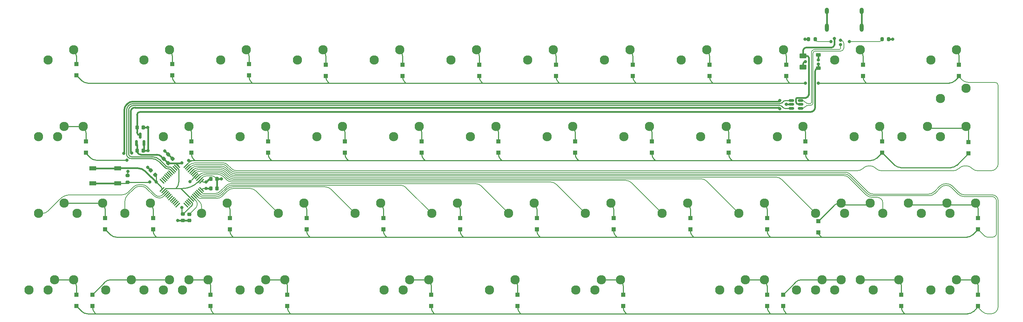
<source format=gbr>
%TF.GenerationSoftware,KiCad,Pcbnew,8.0.8*%
%TF.CreationDate,2025-05-09T16:16:03+02:00*%
%TF.ProjectId,forti rev 4,666f7274-6920-4726-9576-20342e6b6963,rev?*%
%TF.SameCoordinates,Original*%
%TF.FileFunction,Copper,L2,Bot*%
%TF.FilePolarity,Positive*%
%FSLAX46Y46*%
G04 Gerber Fmt 4.6, Leading zero omitted, Abs format (unit mm)*
G04 Created by KiCad (PCBNEW 8.0.8) date 2025-05-09 16:16:03*
%MOMM*%
%LPD*%
G01*
G04 APERTURE LIST*
G04 Aperture macros list*
%AMRoundRect*
0 Rectangle with rounded corners*
0 $1 Rounding radius*
0 $2 $3 $4 $5 $6 $7 $8 $9 X,Y pos of 4 corners*
0 Add a 4 corners polygon primitive as box body*
4,1,4,$2,$3,$4,$5,$6,$7,$8,$9,$2,$3,0*
0 Add four circle primitives for the rounded corners*
1,1,$1+$1,$2,$3*
1,1,$1+$1,$4,$5*
1,1,$1+$1,$6,$7*
1,1,$1+$1,$8,$9*
0 Add four rect primitives between the rounded corners*
20,1,$1+$1,$2,$3,$4,$5,0*
20,1,$1+$1,$4,$5,$6,$7,0*
20,1,$1+$1,$6,$7,$8,$9,0*
20,1,$1+$1,$8,$9,$2,$3,0*%
G04 Aperture macros list end*
%TA.AperFunction,ComponentPad*%
%ADD10O,1.000000X2.100000*%
%TD*%
%TA.AperFunction,ComponentPad*%
%ADD11O,1.000000X1.600000*%
%TD*%
%TA.AperFunction,ComponentPad*%
%ADD12C,2.300000*%
%TD*%
%TA.AperFunction,SMDPad,CuDef*%
%ADD13RoundRect,0.250000X0.300000X-0.300000X0.300000X0.300000X-0.300000X0.300000X-0.300000X-0.300000X0*%
%TD*%
%TA.AperFunction,SMDPad,CuDef*%
%ADD14RoundRect,0.200000X-0.200000X-0.275000X0.200000X-0.275000X0.200000X0.275000X-0.200000X0.275000X0*%
%TD*%
%TA.AperFunction,SMDPad,CuDef*%
%ADD15RoundRect,0.200000X0.200000X0.275000X-0.200000X0.275000X-0.200000X-0.275000X0.200000X-0.275000X0*%
%TD*%
%TA.AperFunction,SMDPad,CuDef*%
%ADD16R,1.800000X1.100000*%
%TD*%
%TA.AperFunction,SMDPad,CuDef*%
%ADD17RoundRect,0.225000X-0.250000X0.225000X-0.250000X-0.225000X0.250000X-0.225000X0.250000X0.225000X0*%
%TD*%
%TA.AperFunction,SMDPad,CuDef*%
%ADD18RoundRect,0.225000X0.335876X0.017678X0.017678X0.335876X-0.335876X-0.017678X-0.017678X-0.335876X0*%
%TD*%
%TA.AperFunction,SMDPad,CuDef*%
%ADD19RoundRect,0.225000X0.375000X-0.225000X0.375000X0.225000X-0.375000X0.225000X-0.375000X-0.225000X0*%
%TD*%
%TA.AperFunction,SMDPad,CuDef*%
%ADD20RoundRect,0.225000X-0.225000X-0.250000X0.225000X-0.250000X0.225000X0.250000X-0.225000X0.250000X0*%
%TD*%
%TA.AperFunction,SMDPad,CuDef*%
%ADD21RoundRect,0.070000X0.521491X-0.422496X-0.422496X0.521491X-0.521491X0.422496X0.422496X-0.521491X0*%
%TD*%
%TA.AperFunction,SMDPad,CuDef*%
%ADD22RoundRect,0.070000X0.521491X0.422496X0.422496X0.521491X-0.521491X-0.422496X-0.422496X-0.521491X0*%
%TD*%
%TA.AperFunction,SMDPad,CuDef*%
%ADD23RoundRect,0.150000X0.150000X-0.587500X0.150000X0.587500X-0.150000X0.587500X-0.150000X-0.587500X0*%
%TD*%
%TA.AperFunction,SMDPad,CuDef*%
%ADD24RoundRect,0.150000X-0.512500X-0.150000X0.512500X-0.150000X0.512500X0.150000X-0.512500X0.150000X0*%
%TD*%
%TA.AperFunction,SMDPad,CuDef*%
%ADD25RoundRect,0.225000X0.225000X0.250000X-0.225000X0.250000X-0.225000X-0.250000X0.225000X-0.250000X0*%
%TD*%
%TA.AperFunction,SMDPad,CuDef*%
%ADD26RoundRect,0.200000X0.275000X-0.200000X0.275000X0.200000X-0.275000X0.200000X-0.275000X-0.200000X0*%
%TD*%
%TA.AperFunction,SMDPad,CuDef*%
%ADD27RoundRect,0.225000X0.017678X-0.335876X0.335876X-0.017678X-0.017678X0.335876X-0.335876X0.017678X0*%
%TD*%
%TA.AperFunction,SMDPad,CuDef*%
%ADD28RoundRect,0.250000X-0.625000X0.375000X-0.625000X-0.375000X0.625000X-0.375000X0.625000X0.375000X0*%
%TD*%
%TA.AperFunction,ViaPad*%
%ADD29C,0.800000*%
%TD*%
%TA.AperFunction,Conductor*%
%ADD30C,0.250000*%
%TD*%
%TA.AperFunction,Conductor*%
%ADD31C,0.200000*%
%TD*%
%TA.AperFunction,Conductor*%
%ADD32C,0.381000*%
%TD*%
G04 APERTURE END LIST*
D10*
%TO.P,J1,S1,SHIELD*%
%TO.N,GND*%
X238589115Y-30667500D03*
D11*
X238589115Y-26487500D03*
D10*
X229949115Y-30667500D03*
D11*
X229949115Y-26487500D03*
%TD*%
D12*
%TO.P,MX51,1,1*%
%TO.N,COL9*%
X227171250Y-95885000D03*
%TO.P,MX51,2,2*%
%TO.N,Net-(D45-A)*%
X233521250Y-93345000D03*
%TD*%
%TO.P,MX23,1,1*%
%TO.N,COL10*%
X236696250Y-57785000D03*
%TO.P,MX23,2,2*%
%TO.N,Net-(D23-A)*%
X243046250Y-55245000D03*
%TD*%
%TO.P,MX55,1,1*%
%TO.N,COL11*%
X255746250Y-95885000D03*
%TO.P,MX55,2,2*%
%TO.N,Net-(D47-A)*%
X262096250Y-93345000D03*
%TD*%
%TO.P,MX43,1,1*%
%TO.N,COL2*%
X70008750Y-95885000D03*
%TO.P,MX43,2,2*%
%TO.N,Net-(D39-A)*%
X76358750Y-93345000D03*
%TD*%
%TO.P,MXshift2.1,1,1*%
%TO.N,COL0*%
X43815000Y-76835000D03*
%TO.P,MXshift2.1,2,2*%
%TO.N,Net-(D25-A)*%
X50165000Y-74295000D03*
%TD*%
%TO.P,MX27,1,1*%
%TO.N,COL2*%
X74771250Y-76835000D03*
%TO.P,MX27,2,2*%
%TO.N,Net-(D27-A)*%
X81121250Y-74295000D03*
%TD*%
%TO.P,MX11,1,1*%
%TO.N,COL10*%
X231933750Y-38735000D03*
%TO.P,MX11,2,2*%
%TO.N,Net-(D11-A)*%
X238283750Y-36195000D03*
%TD*%
%TO.P,MX46,1,1*%
%TO.N,COL3*%
X84296250Y-95885000D03*
%TO.P,MX46,2,2*%
%TO.N,Net-(D40-A)*%
X90646250Y-93345000D03*
%TD*%
%TO.P,MXenter2.1,1,1*%
%TO.N,COL11*%
X248602500Y-57785000D03*
%TO.P,MXenter2.1,2,2*%
%TO.N,Net-(D24-A)*%
X254952500Y-55245000D03*
%TD*%
%TO.P,MX49,1,1*%
%TO.N,COL8*%
X208121250Y-95885000D03*
%TO.P,MX49,2,2*%
%TO.N,Net-(D44-A)*%
X214471250Y-93345000D03*
%TD*%
%TO.P,MX31,1,1*%
%TO.N,COL6*%
X150971250Y-76835000D03*
%TO.P,MX31,2,2*%
%TO.N,Net-(D31-A)*%
X157321250Y-74295000D03*
%TD*%
%TO.P,MX16,1,1*%
%TO.N,COL3*%
X103346250Y-57785000D03*
%TO.P,MX16,2,2*%
%TO.N,Net-(D16-A)*%
X109696250Y-55245000D03*
%TD*%
%TO.P,MX38,1,1*%
%TO.N,COL11*%
X260508750Y-76835000D03*
%TO.P,MX38,2,2*%
%TO.N,Net-(D36-A)*%
X266858750Y-74295000D03*
%TD*%
%TO.P,MX35,1,1*%
%TO.N,COL10*%
X227171250Y-76835000D03*
%TO.P,MX35,2,2*%
%TO.N,Net-(D35-A)*%
X233521250Y-74295000D03*
%TD*%
%TO.P,MXsplit2.75(1)1,1,1*%
%TO.N,COL7*%
X167640000Y-95885000D03*
%TO.P,MXsplit2.75(1)1,2,2*%
%TO.N,Net-(D43-A)*%
X173990000Y-93345000D03*
%TD*%
%TO.P,MX8,1,1*%
%TO.N,COL7*%
X174783750Y-38735000D03*
%TO.P,MX8,2,2*%
%TO.N,Net-(D8-A)*%
X181133750Y-36195000D03*
%TD*%
%TO.P,MX13,1,1*%
%TO.N,COL0*%
X39052500Y-57785000D03*
%TO.P,MX13,2,2*%
%TO.N,Net-(D13-A)*%
X45402500Y-55245000D03*
%TD*%
%TO.P,MX32,1,1*%
%TO.N,COL7*%
X170021250Y-76835000D03*
%TO.P,MX32,2,2*%
%TO.N,Net-(D32-A)*%
X176371250Y-74295000D03*
%TD*%
%TO.P,MXISO1,1,1*%
%TO.N,COL11*%
X258127500Y-48260000D03*
%TO.P,MXISO1,2,2*%
%TO.N,Net-(D12-A)*%
X264477500Y-45720000D03*
%TD*%
%TO.P,MX21,1,1*%
%TO.N,COL8*%
X198596250Y-57785000D03*
%TO.P,MX21,2,2*%
%TO.N,Net-(D21-A)*%
X204946250Y-55245000D03*
%TD*%
%TO.P,MXsplit2.1,1,1*%
%TO.N,COL5*%
X124777500Y-95885000D03*
%TO.P,MXsplit2.1,2,2*%
%TO.N,Net-(D41-A)*%
X131127500Y-93345000D03*
%TD*%
%TO.P,MX4,1,1*%
%TO.N,COL3*%
X98583750Y-38735000D03*
%TO.P,MX4,2,2*%
%TO.N,Net-(D4-A)*%
X104933750Y-36195000D03*
%TD*%
%TO.P,MX45,1,1*%
%TO.N,COL3*%
X89058750Y-95885000D03*
%TO.P,MX45,2,2*%
%TO.N,Net-(D40-A)*%
X95408750Y-93345000D03*
%TD*%
%TO.P,MX30,1,1*%
%TO.N,COL5*%
X131921250Y-76835000D03*
%TO.P,MX30,2,2*%
%TO.N,Net-(D30-A)*%
X138271250Y-74295000D03*
%TD*%
%TO.P,MX1,1,1*%
%TO.N,COL0*%
X36671250Y-38735000D03*
%TO.P,MX1,2,2*%
%TO.N,Net-(D1-A)*%
X43021250Y-36195000D03*
%TD*%
%TO.P,MX34,1,1*%
%TO.N,COL9*%
X208121250Y-76835000D03*
%TO.P,MX34,2,2*%
%TO.N,Net-(D34-A)*%
X214471250Y-74295000D03*
%TD*%
%TO.P,MX25,1,1*%
%TO.N,COL0*%
X34290000Y-76835000D03*
%TO.P,MX25,2,2*%
%TO.N,Net-(D25-A)*%
X40640000Y-74295000D03*
%TD*%
%TO.P,MX29,1,1*%
%TO.N,COL4*%
X112871250Y-76835000D03*
%TO.P,MX29,2,2*%
%TO.N,Net-(D29-A)*%
X119221250Y-74295000D03*
%TD*%
%TO.P,MX53,1,1*%
%TO.N,COL10*%
X231933750Y-95885000D03*
%TO.P,MX53,2,2*%
%TO.N,Net-(D46-A)*%
X238283750Y-93345000D03*
%TD*%
%TO.P,MX22,1,1*%
%TO.N,COL9*%
X217646250Y-57785000D03*
%TO.P,MX22,2,2*%
%TO.N,Net-(D22-A)*%
X223996250Y-55245000D03*
%TD*%
%TO.P,MX17,1,1*%
%TO.N,COL4*%
X122396250Y-57785000D03*
%TO.P,MX17,2,2*%
%TO.N,Net-(D17-A)*%
X128746250Y-55245000D03*
%TD*%
%TO.P,MX47,1,1*%
%TO.N,COL6*%
X146208750Y-95885000D03*
%TO.P,MX47,2,2*%
%TO.N,Net-(D42-A)*%
X152558750Y-93345000D03*
%TD*%
%TO.P,MX44,1,1*%
%TO.N,COL2*%
X65246250Y-95885000D03*
%TO.P,MX44,2,2*%
%TO.N,Net-(D39-A)*%
X71596250Y-93345000D03*
%TD*%
%TO.P,MX36,1,1*%
%TO.N,COL10*%
X234315000Y-76835000D03*
%TO.P,MX36,2,2*%
%TO.N,Net-(D35-A)*%
X240665000Y-74295000D03*
%TD*%
%TO.P,MX26,1,1*%
%TO.N,COL1*%
X55721250Y-76835000D03*
%TO.P,MX26,2,2*%
%TO.N,Net-(D26-A)*%
X62071250Y-74295000D03*
%TD*%
%TO.P,MX3,1,1*%
%TO.N,COL2*%
X79533750Y-38735000D03*
%TO.P,MX3,2,2*%
%TO.N,Net-(D3-A)*%
X85883750Y-36195000D03*
%TD*%
%TO.P,MX37,1,1*%
%TO.N,COL11*%
X253365000Y-76835000D03*
%TO.P,MX37,2,2*%
%TO.N,Net-(D36-A)*%
X259715000Y-74295000D03*
%TD*%
%TO.P,MX24,1,1*%
%TO.N,COL11*%
X258127500Y-57785000D03*
%TO.P,MX24,2,2*%
%TO.N,Net-(D24-A)*%
X264477500Y-55245000D03*
%TD*%
%TO.P,MX42,1,1*%
%TO.N,COL1*%
X60483750Y-95885000D03*
%TO.P,MX42,2,2*%
%TO.N,Net-(D38-A)*%
X66833750Y-93345000D03*
%TD*%
%TO.P,MX33,1,1*%
%TO.N,COL8*%
X189071250Y-76835000D03*
%TO.P,MX33,2,2*%
%TO.N,Net-(D33-A)*%
X195421250Y-74295000D03*
%TD*%
%TO.P,MX5,1,1*%
%TO.N,COL4*%
X117633750Y-38735000D03*
%TO.P,MX5,2,2*%
%TO.N,Net-(D5-A)*%
X123983750Y-36195000D03*
%TD*%
%TO.P,MX50,1,1*%
%TO.N,COL9*%
X222408750Y-95885000D03*
%TO.P,MX50,2,2*%
%TO.N,Net-(D45-A)*%
X228758750Y-93345000D03*
%TD*%
%TO.P,MXsplit2.25(1)1,1,1*%
%TO.N,COL5*%
X120015000Y-95885000D03*
%TO.P,MXsplit2.25(1)1,2,2*%
%TO.N,Net-(D41-A)*%
X126365000Y-93345000D03*
%TD*%
%TO.P,MX28,1,1*%
%TO.N,COL3*%
X93821250Y-76835000D03*
%TO.P,MX28,2,2*%
%TO.N,Net-(D28-A)*%
X100171250Y-74295000D03*
%TD*%
%TO.P,MX18,1,1*%
%TO.N,COL5*%
X141446250Y-57785000D03*
%TO.P,MX18,2,2*%
%TO.N,Net-(D18-A)*%
X147796250Y-55245000D03*
%TD*%
%TO.P,MXcaps1,1,1*%
%TO.N,COL0*%
X34290000Y-57785000D03*
%TO.P,MXcaps1,2,2*%
%TO.N,Net-(D13-A)*%
X40640000Y-55245000D03*
%TD*%
%TO.P,MX40,1,1*%
%TO.N,COL0*%
X36671250Y-95885000D03*
%TO.P,MX40,2,2*%
%TO.N,Net-(D37-A)*%
X43021250Y-93345000D03*
%TD*%
%TO.P,MX15,1,1*%
%TO.N,COL2*%
X84296250Y-57785000D03*
%TO.P,MX15,2,2*%
%TO.N,Net-(D15-A)*%
X90646250Y-55245000D03*
%TD*%
%TO.P,MX54,1,1*%
%TO.N,COL11*%
X260508750Y-95885000D03*
%TO.P,MX54,2,2*%
%TO.N,Net-(D47-A)*%
X266858750Y-93345000D03*
%TD*%
%TO.P,MX39,1,1*%
%TO.N,COL0*%
X31908750Y-95885000D03*
%TO.P,MX39,2,2*%
%TO.N,Net-(D37-A)*%
X38258750Y-93345000D03*
%TD*%
%TO.P,MX10,1,1*%
%TO.N,COL9*%
X212883750Y-38735000D03*
%TO.P,MX10,2,2*%
%TO.N,Net-(D10-A)*%
X219233750Y-36195000D03*
%TD*%
%TO.P,MX9,1,1*%
%TO.N,COL8*%
X193833750Y-38735000D03*
%TO.P,MX9,2,2*%
%TO.N,Net-(D9-A)*%
X200183750Y-36195000D03*
%TD*%
%TO.P,MX52,1,1*%
%TO.N,COL10*%
X241458750Y-95885000D03*
%TO.P,MX52,2,2*%
%TO.N,Net-(D46-A)*%
X247808750Y-93345000D03*
%TD*%
%TO.P,MX20,1,1*%
%TO.N,COL7*%
X179546250Y-57785000D03*
%TO.P,MX20,2,2*%
%TO.N,Net-(D20-A)*%
X185896250Y-55245000D03*
%TD*%
%TO.P,MX6,1,1*%
%TO.N,COL5*%
X136683750Y-38735000D03*
%TO.P,MX6,2,2*%
%TO.N,Net-(D6-A)*%
X143033750Y-36195000D03*
%TD*%
%TO.P,MXshift2.2,1,1*%
%TO.N,COL11*%
X243840000Y-76835000D03*
%TO.P,MXshift2.2,2,2*%
%TO.N,Net-(D36-A)*%
X250190000Y-74295000D03*
%TD*%
%TO.P,MX12,1,1*%
%TO.N,COL11*%
X255746250Y-38735000D03*
%TO.P,MX12,2,2*%
%TO.N,Net-(D12-A)*%
X262096250Y-36195000D03*
%TD*%
%TO.P,MX19,1,1*%
%TO.N,COL6*%
X160496250Y-57785000D03*
%TO.P,MX19,2,2*%
%TO.N,Net-(D19-A)*%
X166846250Y-55245000D03*
%TD*%
%TO.P,MXsplit2.2,1,1*%
%TO.N,COL7*%
X172402500Y-95885000D03*
%TO.P,MXsplit2.2,2,2*%
%TO.N,Net-(D43-A)*%
X178752500Y-93345000D03*
%TD*%
%TO.P,MX7,1,1*%
%TO.N,COL6*%
X155733750Y-38735000D03*
%TO.P,MX7,2,2*%
%TO.N,Net-(D7-A)*%
X162083750Y-36195000D03*
%TD*%
%TO.P,MX14,1,1*%
%TO.N,COL1*%
X65246250Y-57785000D03*
%TO.P,MX14,2,2*%
%TO.N,Net-(D14-A)*%
X71596250Y-55245000D03*
%TD*%
%TO.P,MX48,1,1*%
%TO.N,COL8*%
X203358750Y-95885000D03*
%TO.P,MX48,2,2*%
%TO.N,Net-(D44-A)*%
X209708750Y-93345000D03*
%TD*%
%TO.P,MX41,1,1*%
%TO.N,COL1*%
X50958750Y-95885000D03*
%TO.P,MX41,2,2*%
%TO.N,Net-(D38-A)*%
X57308750Y-93345000D03*
%TD*%
%TO.P,MX2,1,1*%
%TO.N,COL1*%
X60483750Y-38735000D03*
%TO.P,MX2,2,2*%
%TO.N,Net-(D2-A)*%
X66833750Y-36195000D03*
%TD*%
D13*
%TO.P,D29,1,K*%
%TO.N,ROW2*%
X119856250Y-80775000D03*
%TO.P,D29,2,A*%
%TO.N,Net-(D29-A)*%
X119856250Y-77975000D03*
%TD*%
%TO.P,D36,1,K*%
%TO.N,ROW2*%
X267493750Y-80775000D03*
%TO.P,D36,2,A*%
%TO.N,Net-(D36-A)*%
X267493750Y-77975000D03*
%TD*%
%TO.P,D13,1,K*%
%TO.N,ROW1*%
X46037500Y-61725000D03*
%TO.P,D13,2,A*%
%TO.N,Net-(D13-A)*%
X46037500Y-58925000D03*
%TD*%
%TO.P,D41,1,K*%
%TO.N,ROW3*%
X131762500Y-99825000D03*
%TO.P,D41,2,A*%
%TO.N,Net-(D41-A)*%
X131762500Y-97025000D03*
%TD*%
%TO.P,D20,1,K*%
%TO.N,ROW1*%
X186531250Y-61725000D03*
%TO.P,D20,2,A*%
%TO.N,Net-(D20-A)*%
X186531250Y-58925000D03*
%TD*%
%TO.P,D26,1,K*%
%TO.N,ROW2*%
X62706250Y-80775000D03*
%TO.P,D26,2,A*%
%TO.N,Net-(D26-A)*%
X62706250Y-77975000D03*
%TD*%
D14*
%TO.P,R1,1*%
%TO.N,/CC1*%
X243650000Y-33537500D03*
%TO.P,R1,2*%
%TO.N,GND*%
X245300000Y-33537500D03*
%TD*%
D13*
%TO.P,D22,1,K*%
%TO.N,ROW1*%
X224631250Y-61725000D03*
%TO.P,D22,2,A*%
%TO.N,Net-(D22-A)*%
X224631250Y-58925000D03*
%TD*%
%TO.P,D32,1,K*%
%TO.N,ROW2*%
X177006250Y-80775000D03*
%TO.P,D32,2,A*%
%TO.N,Net-(D32-A)*%
X177006250Y-77975000D03*
%TD*%
D15*
%TO.P,R2,1*%
%TO.N,/CC2*%
X227043750Y-33537500D03*
%TO.P,R2,2*%
%TO.N,GND*%
X225393750Y-33537500D03*
%TD*%
D13*
%TO.P,D15,1,K*%
%TO.N,ROW1*%
X91281250Y-61725000D03*
%TO.P,D15,2,A*%
%TO.N,Net-(D15-A)*%
X91281250Y-58925000D03*
%TD*%
%TO.P,D40,1,K*%
%TO.N,ROW3*%
X96043750Y-99825000D03*
%TO.P,D40,2,A*%
%TO.N,Net-(D40-A)*%
X96043750Y-97025000D03*
%TD*%
%TO.P,D31,1,K*%
%TO.N,ROW2*%
X157956250Y-80775000D03*
%TO.P,D31,2,A*%
%TO.N,Net-(D31-A)*%
X157956250Y-77975000D03*
%TD*%
%TO.P,D21,1,K*%
%TO.N,ROW1*%
X205581250Y-61725000D03*
%TO.P,D21,2,A*%
%TO.N,Net-(D21-A)*%
X205581250Y-58925000D03*
%TD*%
%TO.P,D4,1,K*%
%TO.N,ROW0*%
X105568750Y-42675000D03*
%TO.P,D4,2,A*%
%TO.N,Net-(D4-A)*%
X105568750Y-39875000D03*
%TD*%
%TO.P,D9,1,K*%
%TO.N,ROW0*%
X200818750Y-42675000D03*
%TO.P,D9,2,A*%
%TO.N,Net-(D9-A)*%
X200818750Y-39875000D03*
%TD*%
%TO.P,D34,1,K*%
%TO.N,ROW2*%
X215106250Y-80775000D03*
%TO.P,D34,2,A*%
%TO.N,Net-(D34-A)*%
X215106250Y-77975000D03*
%TD*%
%TO.P,D24,1,K*%
%TO.N,ROW1*%
X265112500Y-61912500D03*
%TO.P,D24,2,A*%
%TO.N,Net-(D24-A)*%
X265112500Y-59112500D03*
%TD*%
%TO.P,D27,1,K*%
%TO.N,ROW2*%
X81756250Y-80775000D03*
%TO.P,D27,2,A*%
%TO.N,Net-(D27-A)*%
X81756250Y-77975000D03*
%TD*%
%TO.P,D16,1,K*%
%TO.N,ROW1*%
X110331250Y-61725000D03*
%TO.P,D16,2,A*%
%TO.N,Net-(D16-A)*%
X110331250Y-58925000D03*
%TD*%
%TO.P,D3,1,K*%
%TO.N,ROW0*%
X86518750Y-42487500D03*
%TO.P,D3,2,A*%
%TO.N,Net-(D3-A)*%
X86518750Y-39687500D03*
%TD*%
%TO.P,D42,1,K*%
%TO.N,ROW3*%
X153193750Y-99825000D03*
%TO.P,D42,2,A*%
%TO.N,Net-(D42-A)*%
X153193750Y-97025000D03*
%TD*%
%TO.P,D28,1,K*%
%TO.N,ROW2*%
X100806250Y-80775000D03*
%TO.P,D28,2,A*%
%TO.N,Net-(D28-A)*%
X100806250Y-77975000D03*
%TD*%
D16*
%TO.P,SW1,1,1*%
%TO.N,+3V3*%
X53900000Y-65618750D03*
X47700000Y-65618750D03*
%TO.P,SW1,2,2*%
%TO.N,BOOT0*%
X53900000Y-69318750D03*
X47700000Y-69318750D03*
%TD*%
D13*
%TO.P,D10,1,K*%
%TO.N,ROW0*%
X219868750Y-42675000D03*
%TO.P,D10,2,A*%
%TO.N,Net-(D10-A)*%
X219868750Y-39875000D03*
%TD*%
D17*
%TO.P,C7,1*%
%TO.N,+3V3*%
X70105094Y-77012500D03*
%TO.P,C7,2*%
%TO.N,GND*%
X70105094Y-78562500D03*
%TD*%
D18*
%TO.P,C4,1*%
%TO.N,+3V3*%
X63254258Y-67223008D03*
%TO.P,C4,2*%
%TO.N,GND*%
X62158242Y-66126992D03*
%TD*%
D19*
%TO.P,D_PWR1,1,A1*%
%TO.N,+5V*%
X227806250Y-40743750D03*
%TO.P,D_PWR1,2,A2*%
%TO.N,GND*%
X227806250Y-37443750D03*
%TD*%
D13*
%TO.P,D38,1,K*%
%TO.N,ROW3*%
X47625000Y-99825000D03*
%TO.P,D38,2,A*%
%TO.N,Net-(D38-A)*%
X47625000Y-97025000D03*
%TD*%
%TO.P,D44,1,K*%
%TO.N,ROW3*%
X215106250Y-99825000D03*
%TO.P,D44,2,A*%
%TO.N,Net-(D44-A)*%
X215106250Y-97025000D03*
%TD*%
%TO.P,D2,1,K*%
%TO.N,ROW0*%
X67468750Y-42487500D03*
%TO.P,D2,2,A*%
%TO.N,Net-(D2-A)*%
X67468750Y-39687500D03*
%TD*%
D20*
%TO.P,C8,1*%
%TO.N,+3V3*%
X77012500Y-70643750D03*
%TO.P,C8,2*%
%TO.N,GND*%
X78562500Y-70643750D03*
%TD*%
D13*
%TO.P,D23,1,K*%
%TO.N,ROW1*%
X243681250Y-61725000D03*
%TO.P,D23,2,A*%
%TO.N,Net-(D23-A)*%
X243681250Y-58925000D03*
%TD*%
%TO.P,D1,1,K*%
%TO.N,ROW0*%
X43656250Y-42487500D03*
%TO.P,D1,2,A*%
%TO.N,Net-(D1-A)*%
X43656250Y-39687500D03*
%TD*%
%TO.P,D39,1,K*%
%TO.N,ROW3*%
X76993750Y-99825000D03*
%TO.P,D39,2,A*%
%TO.N,Net-(D39-A)*%
X76993750Y-97025000D03*
%TD*%
%TO.P,D30,1,K*%
%TO.N,ROW2*%
X138906250Y-80775000D03*
%TO.P,D30,2,A*%
%TO.N,Net-(D30-A)*%
X138906250Y-77975000D03*
%TD*%
D21*
%TO.P,U2,1,VBAT*%
%TO.N,+3V3*%
X74737876Y-70848788D03*
%TO.P,U2,2,PC13*%
%TO.N,COL6*%
X74384322Y-71202342D03*
%TO.P,U2,3,PC14*%
%TO.N,COL5*%
X74030769Y-71555895D03*
%TO.P,U2,4,PC15*%
%TO.N,COL4*%
X73677215Y-71909449D03*
%TO.P,U2,5,PF0*%
%TO.N,COL3*%
X73323662Y-72263002D03*
%TO.P,U2,6,PF1*%
%TO.N,COL2*%
X72970109Y-72616555D03*
%TO.P,U2,7,NRST*%
%TO.N,NRST*%
X72616555Y-72970109D03*
%TO.P,U2,8,VSSA*%
%TO.N,GND*%
X72263002Y-73323662D03*
%TO.P,U2,9,VDDA*%
%TO.N,+3V3*%
X71909449Y-73677215D03*
%TO.P,U2,10,PA0*%
%TO.N,unconnected-(U2-PA0-Pad10)*%
X71555895Y-74030769D03*
%TO.P,U2,11,PA1*%
%TO.N,unconnected-(U2-PA1-Pad11)*%
X71202342Y-74384322D03*
%TO.P,U2,12,PA2*%
%TO.N,unconnected-(U2-PA2-Pad12)*%
X70848788Y-74737876D03*
D22*
%TO.P,U2,13,PA3*%
%TO.N,unconnected-(U2-PA3-Pad13)*%
X68851212Y-74737876D03*
%TO.P,U2,14,PA4*%
%TO.N,unconnected-(U2-PA4-Pad14)*%
X68497658Y-74384322D03*
%TO.P,U2,15,PA5*%
%TO.N,unconnected-(U2-PA5-Pad15)*%
X68144105Y-74030769D03*
%TO.P,U2,16,PA6*%
%TO.N,unconnected-(U2-PA6-Pad16)*%
X67790551Y-73677215D03*
%TO.P,U2,17,PA7*%
%TO.N,unconnected-(U2-PA7-Pad17)*%
X67436998Y-73323662D03*
%TO.P,U2,18,PB0*%
%TO.N,unconnected-(U2-PB0-Pad18)*%
X67083445Y-72970109D03*
%TO.P,U2,19,PB1*%
%TO.N,unconnected-(U2-PB1-Pad19)*%
X66729891Y-72616555D03*
%TO.P,U2,20,PB2*%
%TO.N,unconnected-(U2-PB2-Pad20)*%
X66376338Y-72263002D03*
%TO.P,U2,21,PB10*%
%TO.N,COL1*%
X66022785Y-71909449D03*
%TO.P,U2,22,PB11*%
%TO.N,COL0*%
X65669231Y-71555895D03*
%TO.P,U2,23,VSS*%
%TO.N,GND*%
X65315678Y-71202342D03*
%TO.P,U2,24,VDD*%
%TO.N,+3V3*%
X64962124Y-70848788D03*
D21*
%TO.P,U2,25,PB12*%
%TO.N,unconnected-(U2-PB12-Pad25)*%
X64962124Y-68851212D03*
%TO.P,U2,26,PB13*%
%TO.N,unconnected-(U2-PB13-Pad26)*%
X65315678Y-68497658D03*
%TO.P,U2,27,PB14*%
%TO.N,unconnected-(U2-PB14-Pad27)*%
X65669231Y-68144105D03*
%TO.P,U2,28,PB15*%
%TO.N,RGB MCU*%
X66022785Y-67790551D03*
%TO.P,U2,29,PA8*%
%TO.N,unconnected-(U2-PA8-Pad29)*%
X66376338Y-67436998D03*
%TO.P,U2,30,PA9*%
%TO.N,unconnected-(U2-PA9-Pad30)*%
X66729891Y-67083445D03*
%TO.P,U2,31,PA10*%
%TO.N,unconnected-(U2-PA10-Pad31)*%
X67083445Y-66729891D03*
%TO.P,U2,32,PA11*%
%TO.N,D_N*%
X67436998Y-66376338D03*
%TO.P,U2,33,PA12*%
%TO.N,D_P*%
X67790551Y-66022785D03*
%TO.P,U2,34,PA13*%
%TO.N,unconnected-(U2-PA13-Pad34)*%
X68144105Y-65669231D03*
%TO.P,U2,35,VSS*%
%TO.N,GND*%
X68497658Y-65315678D03*
%TO.P,U2,36,VDDIO2*%
%TO.N,+3V3*%
X68851212Y-64962124D03*
D22*
%TO.P,U2,37,PA14*%
%TO.N,ROW1*%
X70848788Y-64962124D03*
%TO.P,U2,38,PA15*%
%TO.N,ROW0*%
X71202342Y-65315678D03*
%TO.P,U2,39,PB3*%
%TO.N,ROW3*%
X71555895Y-65669231D03*
%TO.P,U2,40,PB4*%
%TO.N,ROW2*%
X71909449Y-66022785D03*
%TO.P,U2,41,PB5*%
%TO.N,COL11*%
X72263002Y-66376338D03*
%TO.P,U2,42,PB6*%
%TO.N,COL10*%
X72616555Y-66729891D03*
%TO.P,U2,43,PB7*%
%TO.N,COL9*%
X72970109Y-67083445D03*
%TO.P,U2,44,BOOT0*%
%TO.N,BOOT0*%
X73323662Y-67436998D03*
%TO.P,U2,45,PB8*%
%TO.N,COL8*%
X73677215Y-67790551D03*
%TO.P,U2,46,PB9*%
%TO.N,COL7*%
X74030769Y-68144105D03*
%TO.P,U2,47,VSS*%
%TO.N,GND*%
X74384322Y-68497658D03*
%TO.P,U2,48,VDD*%
%TO.N,+3V3*%
X74737876Y-68851212D03*
%TD*%
D13*
%TO.P,D8,1,K*%
%TO.N,ROW0*%
X181768750Y-42675000D03*
%TO.P,D8,2,A*%
%TO.N,Net-(D8-A)*%
X181768750Y-39875000D03*
%TD*%
D23*
%TO.P,U3,1,GND*%
%TO.N,GND*%
X60440000Y-59357500D03*
%TO.P,U3,2,VO*%
%TO.N,+3V3*%
X58540000Y-59357500D03*
%TO.P,U3,3,VI*%
%TO.N,+5V*%
X59490000Y-57482500D03*
%TD*%
D13*
%TO.P,D11,1,K*%
%TO.N,ROW0*%
X238918750Y-42675000D03*
%TO.P,D11,2,A*%
%TO.N,Net-(D11-A)*%
X238918750Y-39875000D03*
%TD*%
%TO.P,D25,1,K*%
%TO.N,ROW2*%
X50800000Y-80775000D03*
%TO.P,D25,2,A*%
%TO.N,Net-(D25-A)*%
X50800000Y-77975000D03*
%TD*%
%TO.P,D35,1,K*%
%TO.N,ROW2*%
X227806250Y-81568750D03*
%TO.P,D35,2,A*%
%TO.N,Net-(D35-A)*%
X227806250Y-78768750D03*
%TD*%
%TO.P,D12,1,K*%
%TO.N,ROW0*%
X262731250Y-42675000D03*
%TO.P,D12,2,A*%
%TO.N,Net-(D12-A)*%
X262731250Y-39875000D03*
%TD*%
%TO.P,D6,1,K*%
%TO.N,ROW0*%
X143668750Y-42675000D03*
%TO.P,D6,2,A*%
%TO.N,Net-(D6-A)*%
X143668750Y-39875000D03*
%TD*%
D24*
%TO.P,U1,1,I/O1*%
%TO.N,D_P*%
X221118613Y-50692270D03*
%TO.P,U1,2,GND*%
%TO.N,GND*%
X221118613Y-49742270D03*
%TO.P,U1,3,I/O2*%
%TO.N,D_N*%
X221118613Y-48792270D03*
%TO.P,U1,4,I/O2*%
%TO.N,D_USB_N*%
X223393613Y-48792270D03*
%TO.P,U1,5,VBUS*%
%TO.N,VBUS*%
X223393613Y-49742270D03*
%TO.P,U1,6,I/O1*%
%TO.N,D_USB_P*%
X223393613Y-50692270D03*
%TD*%
D13*
%TO.P,D17,1,K*%
%TO.N,ROW1*%
X129381250Y-61725000D03*
%TO.P,D17,2,A*%
%TO.N,Net-(D17-A)*%
X129381250Y-58925000D03*
%TD*%
%TO.P,D7,1,K*%
%TO.N,ROW0*%
X162718750Y-42675000D03*
%TO.P,D7,2,A*%
%TO.N,Net-(D7-A)*%
X162718750Y-39875000D03*
%TD*%
D25*
%TO.P,C2,1*%
%TO.N,GND*%
X60265808Y-61249873D03*
%TO.P,C2,2*%
%TO.N,+3V3*%
X58715808Y-61249873D03*
%TD*%
D13*
%TO.P,D5,1,K*%
%TO.N,ROW0*%
X124618750Y-42675000D03*
%TO.P,D5,2,A*%
%TO.N,Net-(D5-A)*%
X124618750Y-39875000D03*
%TD*%
%TO.P,D18,1,K*%
%TO.N,ROW1*%
X148431250Y-61725000D03*
%TO.P,D18,2,A*%
%TO.N,Net-(D18-A)*%
X148431250Y-58925000D03*
%TD*%
D26*
%TO.P,R3,1*%
%TO.N,BOOT0*%
X56356250Y-69087500D03*
%TO.P,R3,2*%
%TO.N,GND*%
X56356250Y-67437500D03*
%TD*%
D13*
%TO.P,D45,1,K*%
%TO.N,ROW3*%
X219075000Y-99825000D03*
%TO.P,D45,2,A*%
%TO.N,Net-(D45-A)*%
X219075000Y-97025000D03*
%TD*%
D27*
%TO.P,C5,1*%
%TO.N,+3V3*%
X66494471Y-64398395D03*
%TO.P,C5,2*%
%TO.N,GND*%
X67590487Y-63302379D03*
%TD*%
D13*
%TO.P,D14,1,K*%
%TO.N,ROW1*%
X72231250Y-61725000D03*
%TO.P,D14,2,A*%
%TO.N,Net-(D14-A)*%
X72231250Y-58925000D03*
%TD*%
D28*
%TO.P,F1,1*%
%TO.N,VBUS*%
X224031250Y-37693750D03*
%TO.P,F1,2*%
%TO.N,+5V*%
X224031250Y-40493750D03*
%TD*%
D13*
%TO.P,D47,1,K*%
%TO.N,ROW3*%
X267493750Y-99825000D03*
%TO.P,D47,2,A*%
%TO.N,Net-(D47-A)*%
X267493750Y-97025000D03*
%TD*%
D17*
%TO.P,C9,1*%
%TO.N,NRST*%
X71737281Y-77025116D03*
%TO.P,C9,2*%
%TO.N,GND*%
X71737281Y-78575116D03*
%TD*%
D13*
%TO.P,D46,1,K*%
%TO.N,ROW3*%
X248443750Y-99825000D03*
%TO.P,D46,2,A*%
%TO.N,Net-(D46-A)*%
X248443750Y-97025000D03*
%TD*%
%TO.P,D33,1,K*%
%TO.N,ROW2*%
X196056250Y-80775000D03*
%TO.P,D33,2,A*%
%TO.N,Net-(D33-A)*%
X196056250Y-77975000D03*
%TD*%
%TO.P,D43,1,K*%
%TO.N,ROW3*%
X179387500Y-99825000D03*
%TO.P,D43,2,A*%
%TO.N,Net-(D43-A)*%
X179387500Y-97025000D03*
%TD*%
%TO.P,D19,1,K*%
%TO.N,ROW1*%
X167481250Y-61725000D03*
%TO.P,D19,2,A*%
%TO.N,Net-(D19-A)*%
X167481250Y-58925000D03*
%TD*%
%TO.P,D37,1,K*%
%TO.N,ROW3*%
X43656250Y-99825000D03*
%TO.P,D37,2,A*%
%TO.N,Net-(D37-A)*%
X43656250Y-97025000D03*
%TD*%
D25*
%TO.P,C1,1*%
%TO.N,GND*%
X60265000Y-55457500D03*
%TO.P,C1,2*%
%TO.N,+5V*%
X58715000Y-55457500D03*
%TD*%
D20*
%TO.P,C6,1*%
%TO.N,+3V3*%
X77012500Y-68281250D03*
%TO.P,C6,2*%
%TO.N,GND*%
X78562500Y-68281250D03*
%TD*%
D27*
%TO.P,C3,1*%
%TO.N,+3V3*%
X65336300Y-63265551D03*
%TO.P,C3,2*%
%TO.N,GND*%
X66432316Y-62169535D03*
%TD*%
D29*
%TO.N,ROW0*%
X227806250Y-44450000D03*
X224635000Y-44450000D03*
%TO.N,ROW1*%
X71558211Y-63675454D03*
X56177537Y-63595035D03*
%TO.N,GND*%
X61383494Y-65360784D03*
X218273122Y-48819724D03*
X227806250Y-38687497D03*
X224523397Y-33524822D03*
X61335259Y-55462097D03*
X55405316Y-61872013D03*
X57355316Y-61856934D03*
X219874863Y-49742270D03*
X246249822Y-33524822D03*
X65570925Y-61316672D03*
X79670438Y-68278415D03*
X61475875Y-61238510D03*
X68830511Y-78563503D03*
X56445750Y-66353872D03*
X218281250Y-50800000D03*
%TO.N,+5V*%
X224614785Y-39143159D03*
X227806250Y-39687500D03*
%TO.N,+3V3*%
X69850000Y-64293750D03*
X69850000Y-75406250D03*
X63500000Y-69056250D03*
X75828969Y-69056250D03*
X75828969Y-70643750D03*
%TO.N,VBUS*%
X231805189Y-33352069D03*
%TO.N,/CC1*%
X235519115Y-34131250D03*
%TO.N,D_USB_P*%
X233362500Y-33804800D03*
%TO.N,D_USB_N*%
X233362500Y-34925000D03*
%TO.N,/CC2*%
X230981250Y-34131250D03*
%TO.N,BOOT0*%
X71850104Y-68930176D03*
X61912500Y-69056250D03*
%TD*%
D30*
%TO.N,ROW0*%
X125412500Y-44450000D02*
X144462500Y-44450000D01*
X182562500Y-44450000D02*
X201612500Y-44450000D01*
X86518750Y-42487500D02*
X86518750Y-42827823D01*
X105568750Y-42675000D02*
X105568750Y-42827823D01*
X68268675Y-44443825D02*
X46441002Y-44443825D01*
X200818750Y-42675000D02*
X200818750Y-42827823D01*
X163512500Y-44450000D02*
X164306250Y-44450000D01*
D31*
X240381985Y-65010000D02*
X240630515Y-65010000D01*
D30*
X201612500Y-44450000D02*
X220662500Y-44450000D01*
X67468750Y-42487500D02*
X67468750Y-42815473D01*
X262731250Y-42862500D02*
X261729536Y-43864214D01*
X227806250Y-44450000D02*
X239712500Y-44450000D01*
X260315323Y-44450000D02*
X239712500Y-44450000D01*
D31*
X264194485Y-65010000D02*
X264508911Y-65010000D01*
D30*
X87104537Y-44242037D02*
X87312500Y-44450000D01*
X143668750Y-42675000D02*
X143668750Y-42827823D01*
X238918750Y-42675000D02*
X238918750Y-42827823D01*
X46441002Y-44443825D02*
X46434827Y-44437650D01*
D31*
X272470461Y-64434389D02*
X272470461Y-45042157D01*
X81119155Y-64687421D02*
X82082047Y-65650313D01*
D30*
X224635000Y-44450000D02*
X220662500Y-44450000D01*
X239504537Y-44242037D02*
X239712500Y-44450000D01*
X182354537Y-44242037D02*
X182562500Y-44450000D01*
X164306250Y-44450000D02*
X182562500Y-44450000D01*
X125412500Y-44450000D02*
X107156250Y-44450000D01*
X163304537Y-44242037D02*
X163512500Y-44450000D01*
X106154537Y-44242037D02*
X106362500Y-44450000D01*
X68054537Y-44229687D02*
X68262500Y-44437650D01*
X87312500Y-44450000D02*
X107156250Y-44450000D01*
D31*
X242044729Y-65595787D02*
X242099256Y-65650314D01*
D30*
X144462500Y-44450000D02*
X164306250Y-44450000D01*
X219868750Y-42675000D02*
X219868750Y-42827823D01*
X68274850Y-44450000D02*
X87312500Y-44450000D01*
D31*
X262731250Y-42675000D02*
X262731250Y-42862500D01*
X265923125Y-65595787D02*
X265977652Y-65650314D01*
D30*
X124618750Y-42675000D02*
X124618750Y-42827823D01*
X68268675Y-44443825D02*
X68274850Y-44450000D01*
D31*
X238913245Y-65650313D02*
X238967772Y-65595786D01*
X267391865Y-66236100D02*
X270668750Y-66236100D01*
D30*
X68262500Y-44437650D02*
X68268675Y-44443825D01*
D31*
X271698304Y-44270000D02*
X264967177Y-44270000D01*
D30*
X201404537Y-44242037D02*
X201612500Y-44450000D01*
X125204537Y-44242037D02*
X125412500Y-44450000D01*
D31*
X71202342Y-65315678D02*
X71638484Y-64879536D01*
X83496261Y-66236100D02*
X237499031Y-66236100D01*
D30*
X106362500Y-44450000D02*
X107156250Y-44450000D01*
D31*
X263552964Y-43684214D02*
X262731250Y-42862500D01*
D30*
X220454537Y-44242037D02*
X220662500Y-44450000D01*
X45020613Y-43851863D02*
X43656250Y-42487500D01*
X162718750Y-42675000D02*
X162718750Y-42827823D01*
X181768750Y-42675000D02*
X181768750Y-42827823D01*
D31*
X243513469Y-66236100D02*
X261311531Y-66236100D01*
X73052697Y-64293750D02*
X80168750Y-64293750D01*
X262725745Y-65650313D02*
X262780272Y-65595786D01*
D30*
X144254537Y-44242037D02*
X144462500Y-44450000D01*
D31*
X82082047Y-65650313D02*
G75*
G03*
X83496261Y-66236127I1414253J1414213D01*
G01*
D30*
X219868750Y-42827823D02*
G75*
G03*
X220454559Y-44242015I1999950J23D01*
G01*
D31*
X262780272Y-65595786D02*
G75*
G02*
X264194485Y-65009989I1414228J-1414214D01*
G01*
X272470461Y-45042157D02*
G75*
G03*
X271698304Y-44270039I-772161J-43D01*
G01*
D30*
X125204537Y-44242037D02*
G75*
G02*
X124618719Y-42827823I1414163J1414237D01*
G01*
X163304537Y-44242037D02*
G75*
G02*
X162718719Y-42827823I1414163J1414237D01*
G01*
D31*
X267391865Y-66236100D02*
G75*
G02*
X265977669Y-65650297I35J2000000D01*
G01*
D30*
X261729536Y-43864214D02*
G75*
G02*
X260315323Y-44450016I-1414236J1414214D01*
G01*
X182354537Y-44242037D02*
G75*
G02*
X181768719Y-42827823I1414163J1414237D01*
G01*
X200818750Y-42827823D02*
G75*
G03*
X201404559Y-44242015I1999950J23D01*
G01*
D31*
X240381985Y-65010000D02*
G75*
G03*
X238967779Y-65595793I15J-2000000D01*
G01*
D30*
X105568750Y-42827823D02*
G75*
G03*
X106154559Y-44242015I1999950J23D01*
G01*
D31*
X262725745Y-65650313D02*
G75*
G02*
X261311531Y-66236122I-1414245J1414213D01*
G01*
D30*
X143668750Y-42827823D02*
G75*
G03*
X144254559Y-44242015I1999950J23D01*
G01*
D31*
X71638484Y-64879536D02*
G75*
G02*
X73052697Y-64293733I1414216J-1414164D01*
G01*
X242099256Y-65650314D02*
G75*
G03*
X243513469Y-66236122I1414244J1414214D01*
G01*
X270668750Y-66236100D02*
G75*
G03*
X272470400Y-64434389I-50J1801700D01*
G01*
X264967177Y-44270000D02*
G75*
G02*
X263552975Y-43684203I23J2000000D01*
G01*
X237499031Y-66236100D02*
G75*
G03*
X238913230Y-65650298I-31J2000000D01*
G01*
D30*
X46434827Y-44437650D02*
G75*
G02*
X45020610Y-43851866I-27J1999950D01*
G01*
D31*
X80168750Y-64293750D02*
G75*
G02*
X81119125Y-64687451I-50J-1344050D01*
G01*
D30*
X86518750Y-42827823D02*
G75*
G03*
X87104559Y-44242015I1999950J23D01*
G01*
X239504537Y-44242037D02*
G75*
G02*
X238918719Y-42827823I1414163J1414237D01*
G01*
X67468750Y-42815473D02*
G75*
G03*
X68054534Y-44229690I1999950J-27D01*
G01*
D31*
X264508911Y-65010000D02*
G75*
G02*
X265923120Y-65595792I-11J-2000000D01*
G01*
X242044729Y-65595787D02*
G75*
G03*
X240630515Y-65009989I-1414229J-1414213D01*
G01*
D30*
%TO.N,Net-(D1-A)*%
X43656250Y-37728025D02*
X43656250Y-39687500D01*
X43021250Y-36195000D02*
G75*
G02*
X43656225Y-37728025I-1533050J-1533000D01*
G01*
%TO.N,Net-(D2-A)*%
X67468750Y-37658427D02*
X67468750Y-39600000D01*
X66833750Y-36195000D02*
X66882964Y-36244214D01*
X66882964Y-36244214D02*
G75*
G02*
X67468745Y-37658427I-1414164J-1414186D01*
G01*
%TO.N,Net-(D3-A)*%
X85883750Y-36195000D02*
X85932964Y-36244214D01*
X86518750Y-37658427D02*
X86518750Y-39600000D01*
X86518750Y-37658427D02*
G75*
G03*
X85932967Y-36244211I-1999950J27D01*
G01*
%TO.N,Net-(D4-A)*%
X104933750Y-36195000D02*
X104982964Y-36244214D01*
X105568750Y-37658427D02*
X105568750Y-39600000D01*
X105568750Y-37658427D02*
G75*
G03*
X104982967Y-36244211I-1999950J27D01*
G01*
%TO.N,Net-(D5-A)*%
X123983750Y-36195000D02*
X124032964Y-36244214D01*
X124618750Y-37658427D02*
X124618750Y-39600000D01*
X124618750Y-37658427D02*
G75*
G03*
X124032967Y-36244211I-1999950J27D01*
G01*
%TO.N,Net-(D6-A)*%
X143033750Y-36195000D02*
X143082964Y-36244214D01*
X143668750Y-37658427D02*
X143668750Y-39600000D01*
X143082964Y-36244214D02*
G75*
G02*
X143668745Y-37658427I-1414164J-1414186D01*
G01*
%TO.N,Net-(D7-A)*%
X162718750Y-37658427D02*
X162718750Y-39600000D01*
X162083750Y-36195000D02*
X162132964Y-36244214D01*
X162718750Y-37658427D02*
G75*
G03*
X162132967Y-36244211I-1999950J27D01*
G01*
%TO.N,Net-(D8-A)*%
X181768750Y-37658427D02*
X181768750Y-39600000D01*
X181133750Y-36195000D02*
X181182964Y-36244214D01*
X181768750Y-37658427D02*
G75*
G03*
X181182967Y-36244211I-1999950J27D01*
G01*
%TO.N,Net-(D9-A)*%
X200818750Y-37658427D02*
X200818750Y-39600000D01*
X200183750Y-36195000D02*
X200232964Y-36244214D01*
X200818750Y-37658427D02*
G75*
G03*
X200232967Y-36244211I-1999950J27D01*
G01*
%TO.N,Net-(D10-A)*%
X219233750Y-36195000D02*
X219282964Y-36244214D01*
X219868750Y-37658427D02*
X219868750Y-39500000D01*
X219282964Y-36244214D02*
G75*
G02*
X219868745Y-37658427I-1414164J-1414186D01*
G01*
%TO.N,Net-(D11-A)*%
X238918750Y-37658427D02*
X238918750Y-39500000D01*
X238283750Y-36195000D02*
X238332964Y-36244214D01*
X238918750Y-37658427D02*
G75*
G03*
X238332967Y-36244211I-1999950J27D01*
G01*
%TO.N,Net-(D12-A)*%
X262731250Y-37658427D02*
X262731250Y-39600000D01*
X262096250Y-36195000D02*
X262145464Y-36244214D01*
X262145464Y-36244214D02*
G75*
G02*
X262731245Y-37658427I-1414164J-1414186D01*
G01*
%TO.N,ROW1*%
X53975000Y-63593750D02*
X48547177Y-63593750D01*
X187325000Y-63675150D02*
X206375000Y-63675150D01*
X111125000Y-63675150D02*
X130175000Y-63675150D01*
X225425000Y-63675150D02*
X240902673Y-63675150D01*
X205581250Y-61725000D02*
X205581250Y-62052973D01*
X149017037Y-63467187D02*
X149225000Y-63675150D01*
X92075000Y-63675150D02*
X111125000Y-63675150D01*
X129967037Y-63467187D02*
X130175000Y-63675150D01*
X91867037Y-63467187D02*
X92075000Y-63675150D01*
X47132964Y-63007964D02*
X46037500Y-61912500D01*
X148431250Y-61725000D02*
X148431250Y-62052973D01*
X56176252Y-63593750D02*
X56177537Y-63595035D01*
X110331250Y-61725000D02*
X110331250Y-62052973D01*
X54903703Y-63593750D02*
X53975000Y-63593750D01*
X110917037Y-63467187D02*
X111125000Y-63675150D01*
X149225000Y-63675150D02*
X167481250Y-63675150D01*
X242316887Y-63089363D02*
X243681250Y-61725000D01*
X72817037Y-63467187D02*
X73025000Y-63675150D01*
X168067037Y-63467187D02*
X168275000Y-63675150D01*
X130175000Y-63675150D02*
X149225000Y-63675150D01*
X74612500Y-63675150D02*
X71558515Y-63675150D01*
X186531250Y-61725000D02*
X186531250Y-62052973D01*
X129381250Y-61725000D02*
X129381250Y-62052973D01*
D31*
X70848788Y-64962124D02*
X71549976Y-64260936D01*
D30*
X206375000Y-63675150D02*
X225425000Y-63675150D01*
X243681250Y-61725000D02*
X246804991Y-64848741D01*
X262176260Y-64848740D02*
X265112500Y-61912500D01*
X225217037Y-63467187D02*
X225425000Y-63675150D01*
X224631250Y-61725000D02*
X224631250Y-62052973D01*
X167481250Y-61725000D02*
X167481250Y-62052973D01*
X206167037Y-63467187D02*
X206375000Y-63675150D01*
X167481250Y-63675150D02*
X168275000Y-63675150D01*
X91281250Y-61725000D02*
X91281250Y-62052973D01*
X72231250Y-61725000D02*
X72231250Y-62052973D01*
X71558515Y-63675150D02*
X71558211Y-63675454D01*
X53975000Y-63593750D02*
X56176252Y-63593750D01*
D31*
X72964189Y-63675150D02*
X73025000Y-63675150D01*
D30*
X74612500Y-63675150D02*
X92075000Y-63675150D01*
X73025000Y-63675150D02*
X74612500Y-63675150D01*
X187117037Y-63467187D02*
X187325000Y-63675150D01*
X248219204Y-65434527D02*
X260762046Y-65434527D01*
X167481250Y-63675150D02*
X187325000Y-63675150D01*
X72231250Y-62052973D02*
G75*
G03*
X72817034Y-63467190I1999950J-27D01*
G01*
X168067037Y-63467187D02*
G75*
G02*
X167481255Y-62052973I1414163J1414187D01*
G01*
X110917037Y-63467187D02*
G75*
G02*
X110331255Y-62052973I1414163J1414187D01*
G01*
X248219204Y-65434527D02*
G75*
G02*
X246804983Y-64848749I-4J2000027D01*
G01*
X149017037Y-63467187D02*
G75*
G02*
X148431255Y-62052973I1414163J1414187D01*
G01*
X48547177Y-63593750D02*
G75*
G02*
X47132986Y-63007942I23J1999950D01*
G01*
X260762046Y-65434527D02*
G75*
G03*
X262176243Y-64848723I-46J2000027D01*
G01*
X225217037Y-63467187D02*
G75*
G02*
X224631255Y-62052973I1414163J1414187D01*
G01*
X240902673Y-63675150D02*
G75*
G03*
X242316890Y-63089366I27J1999950D01*
G01*
D31*
X72964189Y-63675150D02*
G75*
G03*
X71549992Y-64260952I11J-1999950D01*
G01*
D30*
X186531250Y-62052973D02*
G75*
G03*
X187117034Y-63467190I1999950J-27D01*
G01*
X205581250Y-62052973D02*
G75*
G03*
X206167034Y-63467190I1999950J-27D01*
G01*
X129381250Y-62052973D02*
G75*
G03*
X129967034Y-63467190I1999950J-27D01*
G01*
X91281250Y-62052973D02*
G75*
G03*
X91867034Y-63467190I1999950J-27D01*
G01*
%TO.N,Net-(D13-A)*%
X40640000Y-55245000D02*
X45402500Y-55245000D01*
X46037500Y-56708427D02*
X46037500Y-58925000D01*
X45402500Y-55245000D02*
X45451714Y-55294214D01*
X46037500Y-56708427D02*
G75*
G03*
X45451728Y-55294200I-2000000J27D01*
G01*
%TO.N,Net-(D14-A)*%
X71596250Y-55245000D02*
X71645464Y-55294214D01*
X72231250Y-56708427D02*
X72231250Y-58925000D01*
X72231250Y-56708427D02*
G75*
G03*
X71645467Y-55294211I-1999950J27D01*
G01*
%TO.N,Net-(D15-A)*%
X91281250Y-56708427D02*
X91281250Y-58925000D01*
X90646250Y-55245000D02*
X90695464Y-55294214D01*
X91281250Y-56708427D02*
G75*
G03*
X90695467Y-55294211I-1999950J27D01*
G01*
%TO.N,Net-(D16-A)*%
X109696250Y-55245000D02*
X109745464Y-55294214D01*
X110331250Y-56708427D02*
X110331250Y-58925000D01*
X109745464Y-55294214D02*
G75*
G02*
X110331245Y-56708427I-1414164J-1414186D01*
G01*
%TO.N,Net-(D17-A)*%
X128746250Y-55245000D02*
X128795464Y-55294214D01*
X129381250Y-56708427D02*
X129381250Y-58925000D01*
X129381250Y-56708427D02*
G75*
G03*
X128795467Y-55294211I-1999950J27D01*
G01*
%TO.N,Net-(D18-A)*%
X147796250Y-55245000D02*
X147845464Y-55294214D01*
X148431250Y-56708427D02*
X148431250Y-58925000D01*
X147845464Y-55294214D02*
G75*
G02*
X148431245Y-56708427I-1414164J-1414186D01*
G01*
%TO.N,Net-(D19-A)*%
X167481250Y-56708427D02*
X167481250Y-58925000D01*
X166846250Y-55245000D02*
X166895464Y-55294214D01*
X166895464Y-55294214D02*
G75*
G02*
X167481245Y-56708427I-1414164J-1414186D01*
G01*
%TO.N,Net-(D20-A)*%
X186531250Y-56708427D02*
X186531250Y-58925000D01*
X185896250Y-55245000D02*
X185945464Y-55294214D01*
X185945464Y-55294214D02*
G75*
G02*
X186531245Y-56708427I-1414164J-1414186D01*
G01*
%TO.N,Net-(D21-A)*%
X205581250Y-56708427D02*
X205581250Y-58925000D01*
X204946250Y-55245000D02*
X204995464Y-55294214D01*
X205581250Y-56708427D02*
G75*
G03*
X204995467Y-55294211I-1999950J27D01*
G01*
%TO.N,Net-(D22-A)*%
X223996250Y-55245000D02*
X224045464Y-55294214D01*
X224631250Y-56708427D02*
X224631250Y-58925000D01*
X224045464Y-55294214D02*
G75*
G02*
X224631245Y-56708427I-1414164J-1414186D01*
G01*
%TO.N,Net-(D23-A)*%
X243681250Y-56708427D02*
X243681250Y-58925000D01*
X243046250Y-55245000D02*
X243095464Y-55294214D01*
X243681250Y-56708427D02*
G75*
G03*
X243095467Y-55294211I-1999950J27D01*
G01*
%TO.N,Net-(D24-A)*%
X265112500Y-59112500D02*
X265112500Y-55880000D01*
X265112500Y-55880000D02*
X264897500Y-55665000D01*
X255372500Y-55665000D02*
X264897500Y-55665000D01*
X254952500Y-55245000D02*
X255372500Y-55665000D01*
X264897500Y-55665000D02*
X264477500Y-55665000D01*
%TO.N,ROW2*%
X120650000Y-82725150D02*
X139700000Y-82725150D01*
X100806250Y-80775000D02*
X100806250Y-81102973D01*
X63500000Y-82725150D02*
X82550000Y-82725150D01*
X177800000Y-82725150D02*
X196850000Y-82725150D01*
X266129387Y-82139363D02*
X267493750Y-80775000D01*
X138906250Y-80775000D02*
X138906250Y-81102973D01*
X158542037Y-82517187D02*
X158750000Y-82725150D01*
X158750000Y-82725150D02*
X177800000Y-82725150D01*
D31*
X73666911Y-65093750D02*
X79565687Y-65093750D01*
D30*
X177592037Y-82517187D02*
X177800000Y-82725150D01*
X53577479Y-82727631D02*
X63494011Y-82727631D01*
X196642037Y-82517187D02*
X196850000Y-82725150D01*
X82550000Y-82725150D02*
X101600000Y-82725150D01*
X101600000Y-82725150D02*
X120650000Y-82725150D01*
D31*
X256753286Y-71859214D02*
X258200686Y-70411814D01*
X71909449Y-66022785D02*
X72252697Y-65679537D01*
D30*
X139700000Y-82725150D02*
X158750000Y-82725150D01*
D31*
X269175000Y-82456250D02*
X267493750Y-80775000D01*
D30*
X227806250Y-81568750D02*
X227806250Y-81931400D01*
X139492037Y-82517187D02*
X139700000Y-82725150D01*
X215106250Y-80775000D02*
X215106250Y-81102973D01*
D31*
X241319216Y-72445000D02*
X255339073Y-72445000D01*
D30*
X215900000Y-82725150D02*
X228600000Y-82725150D01*
X50786552Y-80765131D02*
X52163266Y-82141845D01*
D31*
X271080231Y-82737500D02*
X269853997Y-82737500D01*
D30*
X120442037Y-82517187D02*
X120650000Y-82725150D01*
D31*
X260935786Y-70435786D02*
X262545463Y-72045463D01*
D30*
X62706250Y-80775000D02*
X62706250Y-81102973D01*
X177006250Y-80775000D02*
X177006250Y-81102973D01*
D31*
X266117037Y-82151713D02*
X267493750Y-80775000D01*
D30*
X81756250Y-80775000D02*
X81756250Y-81102973D01*
X196850000Y-82725150D02*
X215900000Y-82725150D01*
X227806250Y-81931400D02*
X228600000Y-82725150D01*
X196056250Y-80775000D02*
X196056250Y-81102973D01*
X119856250Y-80775000D02*
X119856250Y-81102973D01*
D31*
X83164891Y-67036100D02*
X234307952Y-67036100D01*
X80979900Y-65679536D02*
X81750677Y-66450313D01*
D30*
X82342037Y-82517187D02*
X82550000Y-82725150D01*
X157956250Y-80775000D02*
X157956250Y-81102973D01*
D31*
X272061481Y-73818750D02*
X272061481Y-81756250D01*
X263959677Y-72631250D02*
X270873981Y-72631250D01*
D30*
X228600000Y-82725150D02*
X264715173Y-82725150D01*
D31*
X235629144Y-67583356D02*
X239905002Y-71859213D01*
D30*
X101392037Y-82517187D02*
X101600000Y-82725150D01*
X215692037Y-82517187D02*
X215900000Y-82725150D01*
X63292037Y-82517187D02*
X63500000Y-82725150D01*
D31*
X72252697Y-65679537D02*
G75*
G02*
X73666911Y-65093743I1414203J-1414163D01*
G01*
X239905002Y-71859213D02*
G75*
G03*
X241319216Y-72444989I1414198J1414213D01*
G01*
X79565687Y-65093750D02*
G75*
G02*
X80979896Y-65679540I13J-1999950D01*
G01*
D30*
X63494011Y-82727631D02*
G75*
G03*
X63499987Y-82725137I-11J8431D01*
G01*
X264715173Y-82725150D02*
G75*
G03*
X266129390Y-82139366I27J1999950D01*
G01*
D31*
X258200686Y-70411814D02*
G75*
G02*
X259556250Y-69850292I1355614J-1355586D01*
G01*
X270873981Y-72631250D02*
G75*
G02*
X272061550Y-73818750I19J-1187550D01*
G01*
X272061481Y-81756250D02*
G75*
G02*
X271080231Y-82737581I-981281J-50D01*
G01*
D30*
X81756250Y-81102973D02*
G75*
G03*
X82342034Y-82517190I1999950J-27D01*
G01*
X138906250Y-81102973D02*
G75*
G03*
X139492034Y-82517190I1999950J-27D01*
G01*
D31*
X266117037Y-82151713D02*
G75*
G02*
X264702823Y-82737516I-1414237J1414213D01*
G01*
X235629144Y-67583356D02*
G75*
G03*
X234307952Y-67036120I-1321144J-1321144D01*
G01*
X255339073Y-72445000D02*
G75*
G03*
X256753300Y-71859228I27J2000000D01*
G01*
D30*
X177006250Y-81102973D02*
G75*
G03*
X177592034Y-82517190I1999950J-27D01*
G01*
D31*
X262545463Y-72045463D02*
G75*
G03*
X263959677Y-72631281I1414237J1414163D01*
G01*
X269853997Y-82737500D02*
G75*
G02*
X269175011Y-82456239I3J960200D01*
G01*
D30*
X196642037Y-82517187D02*
G75*
G02*
X196056255Y-81102973I1414163J1414187D01*
G01*
X53577479Y-82727631D02*
G75*
G02*
X52163270Y-82141841I21J2000031D01*
G01*
X62706250Y-81102973D02*
G75*
G03*
X63292034Y-82517190I1999950J-27D01*
G01*
X158542037Y-82517187D02*
G75*
G02*
X157956255Y-81102973I1414163J1414187D01*
G01*
X119856250Y-81102973D02*
G75*
G03*
X120442034Y-82517190I1999950J-27D01*
G01*
D31*
X81750677Y-66450313D02*
G75*
G03*
X83164891Y-67036106I1414223J1414213D01*
G01*
D30*
X100806250Y-81102973D02*
G75*
G03*
X101392034Y-82517190I1999950J-27D01*
G01*
D31*
X259521573Y-69850000D02*
G75*
G02*
X260935800Y-70435772I27J-2000000D01*
G01*
D30*
X215106250Y-81102973D02*
G75*
G03*
X215692034Y-82517190I1999950J-27D01*
G01*
%TO.N,Net-(D25-A)*%
X40640000Y-74295000D02*
X50165000Y-74295000D01*
X50800000Y-75758427D02*
X50800000Y-77975000D01*
X50165000Y-74295000D02*
X50214214Y-74344214D01*
X50800000Y-75758427D02*
G75*
G03*
X50214228Y-74344200I-2000000J27D01*
G01*
%TO.N,Net-(D26-A)*%
X62706250Y-75758427D02*
X62706250Y-77975000D01*
X62071250Y-74295000D02*
X62120464Y-74344214D01*
X62120464Y-74344214D02*
G75*
G02*
X62706245Y-75758427I-1414164J-1414186D01*
G01*
%TO.N,Net-(D27-A)*%
X81756250Y-75758427D02*
X81756250Y-77975000D01*
X81121250Y-74295000D02*
X81170464Y-74344214D01*
X81170464Y-74344214D02*
G75*
G02*
X81756245Y-75758427I-1414164J-1414186D01*
G01*
%TO.N,Net-(D28-A)*%
X100171250Y-74295000D02*
X100220464Y-74344214D01*
X100806250Y-75758427D02*
X100806250Y-77975000D01*
X100806250Y-75758427D02*
G75*
G03*
X100220467Y-74344211I-1999950J27D01*
G01*
%TO.N,Net-(D29-A)*%
X119221250Y-74295000D02*
X119270464Y-74344214D01*
X119856250Y-75758427D02*
X119856250Y-77975000D01*
X119270464Y-74344214D02*
G75*
G02*
X119856245Y-75758427I-1414164J-1414186D01*
G01*
%TO.N,Net-(D30-A)*%
X138271250Y-74295000D02*
X138320464Y-74344214D01*
X138906250Y-75758427D02*
X138906250Y-77975000D01*
X138906250Y-75758427D02*
G75*
G03*
X138320467Y-74344211I-1999950J27D01*
G01*
%TO.N,Net-(D31-A)*%
X157956250Y-75758427D02*
X157956250Y-77975000D01*
X157321250Y-74295000D02*
X157370464Y-74344214D01*
X157956250Y-75758427D02*
G75*
G03*
X157370467Y-74344211I-1999950J27D01*
G01*
%TO.N,Net-(D32-A)*%
X176371250Y-74295000D02*
X176420464Y-74344214D01*
X177006250Y-75758427D02*
X177006250Y-77975000D01*
X177006250Y-75758427D02*
G75*
G03*
X176420467Y-74344211I-1999950J27D01*
G01*
%TO.N,Net-(D33-A)*%
X196056250Y-75758427D02*
X196056250Y-77975000D01*
X195421250Y-74295000D02*
X195470464Y-74344214D01*
X195470464Y-74344214D02*
G75*
G02*
X196056245Y-75758427I-1414164J-1414186D01*
G01*
%TO.N,Net-(D34-A)*%
X215106250Y-75758427D02*
X215106250Y-77975000D01*
X214471250Y-74295000D02*
X214520464Y-74344214D01*
X215106250Y-75758427D02*
G75*
G03*
X214520467Y-74344211I-1999950J27D01*
G01*
%TO.N,Net-(D35-A)*%
X233521250Y-74295000D02*
X233941250Y-74715000D01*
X231694213Y-74880787D02*
X227806250Y-78768750D01*
X233941250Y-74715000D02*
X240245000Y-74715000D01*
X233521250Y-74295000D02*
X233108427Y-74295000D01*
X240245000Y-74715000D02*
X240665000Y-74295000D01*
X233108427Y-74295000D02*
G75*
G03*
X231694199Y-74880773I-27J-2000000D01*
G01*
%TO.N,Net-(D36-A)*%
X267493750Y-75758427D02*
X267493750Y-77975000D01*
X266858750Y-74295000D02*
X266907964Y-74344214D01*
X266858750Y-74295000D02*
X266438750Y-74715000D01*
X266438750Y-74715000D02*
X260135000Y-74715000D01*
X250190000Y-74295000D02*
X250610000Y-74715000D01*
X250610000Y-74715000D02*
X260135000Y-74715000D01*
X267493750Y-75758427D02*
G75*
G03*
X266907967Y-74344211I-1999950J27D01*
G01*
%TO.N,ROW3*%
X43656250Y-99825000D02*
X45032964Y-101201714D01*
D31*
X71945589Y-65279537D02*
X71555895Y-65669231D01*
D30*
X77579537Y-101579537D02*
X77787500Y-101787500D01*
X219868750Y-101775150D02*
X249237500Y-101775150D01*
D31*
X262711149Y-71645463D02*
X261101472Y-70035786D01*
D30*
X153779537Y-101579537D02*
X153987500Y-101787500D01*
X249029537Y-101567187D02*
X249237500Y-101775150D01*
D31*
X234456486Y-66638421D02*
X234307956Y-66636100D01*
D30*
X153987500Y-101787500D02*
X132556250Y-101787500D01*
X165112350Y-101775150D02*
X180181250Y-101775150D01*
D31*
X81916361Y-66050313D02*
X80958024Y-65091976D01*
X259687259Y-69450000D02*
X259425242Y-69450000D01*
D30*
X48418750Y-101787500D02*
X46447177Y-101787500D01*
X180181250Y-101775150D02*
X215900000Y-101775150D01*
X219075000Y-99825000D02*
X219075000Y-99858868D01*
X48418750Y-101787500D02*
X77787500Y-101787500D01*
D31*
X272461481Y-99994769D02*
X272461481Y-73681725D01*
D30*
X179973287Y-101567187D02*
X180181250Y-101775150D01*
X96043750Y-99825000D02*
X96043750Y-100165323D01*
X47625000Y-99825000D02*
X47625000Y-99871218D01*
X131762500Y-99825000D02*
X131762500Y-100165323D01*
D31*
X258011029Y-70035786D02*
X256587600Y-71459214D01*
X240070689Y-71459214D02*
X235668850Y-67057375D01*
D30*
X96837500Y-101787500D02*
X77787500Y-101787500D01*
X165100000Y-101787500D02*
X165112350Y-101775150D01*
X249237500Y-101775150D02*
X264902673Y-101775150D01*
D31*
X234657406Y-66638421D02*
X234456486Y-66638421D01*
X79996622Y-64693750D02*
X73359803Y-64693750D01*
D30*
X153193750Y-99825000D02*
X153193750Y-100165323D01*
X248443750Y-99825000D02*
X248443750Y-100152973D01*
D31*
X255173387Y-72045000D02*
X241484902Y-72045000D01*
X269909677Y-101787500D02*
X270668750Y-101787500D01*
D30*
X132556250Y-101787500D02*
X96837500Y-101787500D01*
X215106250Y-99825000D02*
X215106250Y-99858868D01*
X76993750Y-99825000D02*
X76993750Y-100165323D01*
D31*
X271011006Y-72231250D02*
X264125363Y-72231250D01*
X234307956Y-66636100D02*
X83330575Y-66636100D01*
D30*
X215900000Y-101775150D02*
X219868750Y-101775150D01*
X96629537Y-101579537D02*
X96837500Y-101787500D01*
D31*
X267493750Y-100012500D02*
X267493750Y-100200000D01*
D30*
X266316887Y-101189363D02*
X267493750Y-100012500D01*
X165100000Y-101787500D02*
X153987500Y-101787500D01*
D31*
X267493750Y-100200000D02*
X268495464Y-101201714D01*
D30*
X179387500Y-99825000D02*
X179387500Y-100152973D01*
X132348287Y-101579537D02*
X132556250Y-101787500D01*
D31*
X241484902Y-72045000D02*
G75*
G02*
X240070688Y-71459215I-2J2000000D01*
G01*
X83330575Y-66636100D02*
G75*
G02*
X81916373Y-66050301I25J2000000D01*
G01*
D30*
X219075000Y-99858868D02*
G75*
G03*
X219868741Y-101775159I2710000J-32D01*
G01*
X264902673Y-101775150D02*
G75*
G03*
X266316890Y-101189366I27J1999950D01*
G01*
X215106250Y-99858868D02*
G75*
G03*
X215899980Y-101775170I2710050J-32D01*
G01*
D31*
X73359803Y-64693750D02*
G75*
G03*
X71945598Y-65279546I-3J-1999950D01*
G01*
D30*
X179973287Y-101567187D02*
G75*
G02*
X179387519Y-100152973I1414213J1414187D01*
G01*
X153779537Y-101579537D02*
G75*
G02*
X153193719Y-100165323I1414163J1414237D01*
G01*
D31*
X256587600Y-71459214D02*
G75*
G02*
X255173387Y-72044991I-1414200J1414214D01*
G01*
D30*
X131762500Y-100165323D02*
G75*
G03*
X132348298Y-101579526I2000000J23D01*
G01*
X96043750Y-100165323D02*
G75*
G03*
X96629559Y-101579515I1999950J23D01*
G01*
D31*
X261101472Y-70035786D02*
G75*
G03*
X259687259Y-69450029I-1414172J-1414214D01*
G01*
D30*
X249029537Y-101567187D02*
G75*
G02*
X248443755Y-100152973I1414163J1414187D01*
G01*
X46447177Y-101787500D02*
G75*
G02*
X45032975Y-101201703I23J2000000D01*
G01*
D31*
X268495464Y-101201714D02*
G75*
G03*
X269909677Y-101787516I1414236J1414214D01*
G01*
X272461481Y-73681725D02*
G75*
G03*
X271011006Y-72231219I-1450481J25D01*
G01*
X270668750Y-101787500D02*
G75*
G03*
X272461400Y-99994769I-50J1792700D01*
G01*
X80958024Y-65091976D02*
G75*
G03*
X79996622Y-64693741I-961424J-961424D01*
G01*
X235668850Y-67057375D02*
G75*
G03*
X234657406Y-66638411I-1011450J-1011425D01*
G01*
D30*
X47625000Y-99871218D02*
G75*
G03*
X48418766Y-101787484I2710000J18D01*
G01*
X77579537Y-101579537D02*
G75*
G02*
X76993719Y-100165323I1414163J1414237D01*
G01*
D31*
X259425242Y-69450000D02*
G75*
G03*
X258011008Y-70035765I-42J-2000000D01*
G01*
X264125363Y-72231250D02*
G75*
G02*
X262711178Y-71645434I37J1999950D01*
G01*
D30*
%TO.N,Net-(D37-A)*%
X38258750Y-93345000D02*
X43021250Y-93345000D01*
X43656250Y-94808427D02*
X43656250Y-97025000D01*
X43021250Y-93345000D02*
X43070464Y-93394214D01*
X43070464Y-93394214D02*
G75*
G02*
X43656245Y-94808427I-1414164J-1414186D01*
G01*
%TO.N,Net-(D38-A)*%
X57308750Y-93345000D02*
X52133427Y-93345000D01*
X50719213Y-93930787D02*
X47625000Y-97025000D01*
X66833750Y-93345000D02*
X57308750Y-93345000D01*
X52133427Y-93345000D02*
G75*
G03*
X50719199Y-93930773I-27J-2000000D01*
G01*
%TO.N,Net-(D39-A)*%
X76358750Y-93345000D02*
X76407964Y-93394214D01*
X71596250Y-93345000D02*
X76358750Y-93345000D01*
X76993750Y-94808427D02*
X76993750Y-97025000D01*
X76407964Y-93394214D02*
G75*
G02*
X76993745Y-94808427I-1414164J-1414186D01*
G01*
%TO.N,Net-(D41-A)*%
X126365000Y-93345000D02*
X131127500Y-93345000D01*
X131762500Y-94808427D02*
X131762500Y-97025000D01*
X131127500Y-93345000D02*
X131176714Y-93394214D01*
X131176714Y-93394214D02*
G75*
G02*
X131762481Y-94808427I-1414214J-1414186D01*
G01*
%TO.N,Net-(D42-A)*%
X152558750Y-93345000D02*
X152607964Y-93394214D01*
X153193750Y-94808427D02*
X153193750Y-97025000D01*
X152607964Y-93394214D02*
G75*
G02*
X153193745Y-94808427I-1414164J-1414186D01*
G01*
%TO.N,Net-(D43-A)*%
X179387500Y-94808427D02*
X179387500Y-97025000D01*
X173990000Y-93345000D02*
X178752500Y-93345000D01*
X178752500Y-93345000D02*
X178801714Y-93394214D01*
X179387500Y-94808427D02*
G75*
G03*
X178801728Y-93394200I-2000000J27D01*
G01*
%TO.N,Net-(D44-A)*%
X209708750Y-93345000D02*
X214471250Y-93345000D01*
X215106250Y-94878025D02*
X215106250Y-97025000D01*
X214471250Y-93345000D02*
G75*
G02*
X215106225Y-94878025I-1533050J-1533000D01*
G01*
%TO.N,Net-(D45-A)*%
X228758750Y-93345000D02*
X223583427Y-93345000D01*
X228758750Y-93345000D02*
X233521250Y-93345000D01*
X222169213Y-93930787D02*
X219075000Y-97025000D01*
X222169213Y-93930787D02*
G75*
G02*
X223583427Y-93345019I1414187J-1414213D01*
G01*
%TO.N,Net-(D46-A)*%
X248443750Y-94808427D02*
X248443750Y-97025000D01*
X238283750Y-93345000D02*
X247808750Y-93345000D01*
X247808750Y-93345000D02*
X247857964Y-93394214D01*
X247857964Y-93394214D02*
G75*
G02*
X248443745Y-94808427I-1414164J-1414186D01*
G01*
D31*
%TO.N,COL0*%
X63815249Y-72536763D02*
X63622312Y-72456848D01*
X64293750Y-72614929D02*
X64200188Y-72614929D01*
X63622312Y-72456848D02*
X63441452Y-72352432D01*
X59241299Y-69690000D02*
X59902259Y-69690000D01*
X65669231Y-71555895D02*
X64833959Y-72391167D01*
X63273419Y-72223499D02*
X63076018Y-72031799D01*
X34290000Y-76835000D02*
X35220963Y-76835000D01*
X56510811Y-71592061D02*
X57827086Y-70275786D01*
X36635177Y-76249213D02*
X39652152Y-73232238D01*
X64200188Y-72614929D02*
X64016959Y-72590808D01*
X61316473Y-70275787D02*
X63079900Y-72039214D01*
X64016959Y-72590808D02*
X63815249Y-72536763D01*
X63441452Y-72352432D02*
X63273419Y-72223499D01*
X42068750Y-72231250D02*
X54967673Y-72231250D01*
X35220963Y-76835000D02*
G75*
G03*
X36635196Y-76249232I37J2000000D01*
G01*
X39652152Y-73232238D02*
G75*
G02*
X42068750Y-72231275I2416548J-2416562D01*
G01*
X64833959Y-72391167D02*
G75*
G02*
X64293750Y-72614977I-540259J540167D01*
G01*
X57827086Y-70275786D02*
G75*
G02*
X59241299Y-69689999I1414214J-1414214D01*
G01*
X59902259Y-69690000D02*
G75*
G02*
X61316494Y-70275766I41J-2000000D01*
G01*
X54967673Y-72231250D02*
G75*
G03*
X56510829Y-71592079I27J2182350D01*
G01*
%TO.N,COL1*%
X55721250Y-76835000D02*
X55721250Y-73775735D01*
X61150787Y-70675787D02*
X62914214Y-72439214D01*
X65316513Y-72615722D02*
X66022785Y-71909449D01*
X59406985Y-70090000D02*
X59736573Y-70090000D01*
X56307037Y-72361521D02*
X57992772Y-70675786D01*
X57992772Y-70675786D02*
G75*
G02*
X59406985Y-70089989I1414228J-1414214D01*
G01*
X55721250Y-73775735D02*
G75*
G02*
X56307030Y-72361514I1999950J35D01*
G01*
X59736573Y-70090000D02*
G75*
G02*
X61150801Y-70675773I27J-2000000D01*
G01*
X64328427Y-73025000D02*
G75*
G03*
X65316507Y-72615716I-27J1397400D01*
G01*
X62914214Y-72439214D02*
G75*
G03*
X64328427Y-73024981I1414186J1414214D01*
G01*
%TO.N,COL2*%
X74771250Y-76835000D02*
X74771250Y-75246123D01*
X74185463Y-73831909D02*
X72970109Y-72616555D01*
X74185463Y-73831909D02*
G75*
G02*
X74771248Y-75246123I-1414163J-1414191D01*
G01*
%TO.N,COL3*%
X74325069Y-73111200D02*
X78504843Y-73111200D01*
X88208137Y-71221887D02*
X93821250Y-76835000D01*
X73323662Y-72263002D02*
X74063525Y-73002865D01*
X82636799Y-70636100D02*
X86793923Y-70636100D01*
X79919056Y-72525415D02*
X81222586Y-71221886D01*
X74063525Y-73002865D02*
G75*
G03*
X74325069Y-73111216I261575J261565D01*
G01*
X78504843Y-73111200D02*
G75*
G03*
X79919034Y-72525393I-43J2000000D01*
G01*
X81222586Y-71221886D02*
G75*
G02*
X82636799Y-70636099I1414214J-1414214D01*
G01*
X86793923Y-70636100D02*
G75*
G02*
X88208126Y-71221898I-23J-2000000D01*
G01*
%TO.N,COL4*%
X74765632Y-72711200D02*
X78339158Y-72711200D01*
X81056900Y-70821886D02*
X79753371Y-72125414D01*
X105443923Y-70236100D02*
X82471113Y-70236100D01*
X112871250Y-76835000D02*
X106858136Y-70821886D01*
X74276262Y-72508497D02*
X73677215Y-71909449D01*
X74765632Y-72711200D02*
G75*
G02*
X74276241Y-72508518I-32J692100D01*
G01*
X82471113Y-70236100D02*
G75*
G03*
X81056893Y-70821879I-13J-2000000D01*
G01*
X106858136Y-70821886D02*
G75*
G03*
X105443923Y-70236084I-1414236J-1414214D01*
G01*
X79753371Y-72125414D02*
G75*
G02*
X78339158Y-72711170I-1414171J1414214D01*
G01*
%TO.N,COL5*%
X78173473Y-72311200D02*
X74931317Y-72311200D01*
X80891213Y-70421887D02*
X79587686Y-71725414D01*
X74030769Y-71555895D02*
X74683371Y-72208497D01*
X131921250Y-76835000D02*
X125508136Y-70421886D01*
X124093923Y-69836100D02*
X82305427Y-69836100D01*
X82305427Y-69836100D02*
G75*
G03*
X80891199Y-70421873I-27J-2000000D01*
G01*
X125508136Y-70421886D02*
G75*
G03*
X124093923Y-69836084I-1414236J-1414214D01*
G01*
X79587686Y-71725414D02*
G75*
G02*
X78173473Y-72311181I-1414186J1414214D01*
G01*
X74683371Y-72208497D02*
G75*
G03*
X74931317Y-72311202I247929J247897D01*
G01*
%TO.N,COL6*%
X150971250Y-76835000D02*
X144158137Y-70021887D01*
X142743923Y-69436100D02*
X82139741Y-69436100D01*
X74977848Y-71784181D02*
X74404273Y-71210606D01*
X80725527Y-70021887D02*
X79422002Y-71325413D01*
X78007788Y-71911200D02*
X75284498Y-71911200D01*
X79422002Y-71325413D02*
G75*
G02*
X78007788Y-71911191I-1414202J1414213D01*
G01*
X82139741Y-69436100D02*
G75*
G03*
X80725506Y-70021866I-41J-2000000D01*
G01*
X144158137Y-70021887D02*
G75*
G03*
X142743923Y-69436084I-1414237J-1414213D01*
G01*
X75284498Y-71911200D02*
G75*
G02*
X74977842Y-71784187I2J433700D01*
G01*
X74404273Y-71210606D02*
G75*
G03*
X74384322Y-71202339I-19973J-19994D01*
G01*
%TO.N,COL7*%
X80922247Y-68450313D02*
X80151470Y-67679536D01*
X170021250Y-76835000D02*
X162808136Y-69621886D01*
X78737257Y-67093750D02*
X75909551Y-67093750D01*
X82336461Y-69036100D02*
X161393923Y-69036100D01*
X74495337Y-67679537D02*
X74030769Y-68144105D01*
X161393923Y-69036100D02*
G75*
G02*
X162808125Y-69621897I-23J-2000000D01*
G01*
X78737257Y-67093750D02*
G75*
G02*
X80151481Y-67679525I43J-1999950D01*
G01*
X75909551Y-67093750D02*
G75*
G03*
X74495372Y-67679572I49J-1999950D01*
G01*
X82336461Y-69036100D02*
G75*
G02*
X80922266Y-68450294I39J2000000D01*
G01*
%TO.N,COL8*%
X78902943Y-66693750D02*
X75602443Y-66693750D01*
X180043923Y-68636100D02*
X82502147Y-68636100D01*
X81087933Y-68050313D02*
X80317156Y-67279536D01*
X74188229Y-67279537D02*
X73677215Y-67790551D01*
X189071250Y-76835000D02*
X181458136Y-69221886D01*
X81087933Y-68050313D02*
G75*
G03*
X82502147Y-68636067I1414167J1414213D01*
G01*
X75602443Y-66693750D02*
G75*
G03*
X74188218Y-67279526I-43J-1999950D01*
G01*
X181458136Y-69221886D02*
G75*
G03*
X180043923Y-68636084I-1414236J-1414214D01*
G01*
X78902943Y-66693750D02*
G75*
G02*
X80317124Y-67279568I-43J-1999950D01*
G01*
%TO.N,COL9*%
X80482843Y-66879537D02*
X81253620Y-67650314D01*
X200108137Y-68821887D02*
X208121250Y-76835000D01*
X72970109Y-67083445D02*
X73174018Y-66879536D01*
X82667833Y-68236100D02*
X198693923Y-68236100D01*
X74588231Y-66293750D02*
X79068629Y-66293750D01*
X74588231Y-66293750D02*
G75*
G03*
X73174013Y-66879531I-31J-1999950D01*
G01*
X79068629Y-66293750D02*
G75*
G02*
X80482818Y-66879562I-29J-1999950D01*
G01*
X198693923Y-68236100D02*
G75*
G02*
X200108126Y-68821898I-23J-2000000D01*
G01*
X82667833Y-68236100D02*
G75*
G02*
X81253603Y-67650331I-33J2000000D01*
G01*
%TO.N,COL10*%
X79234315Y-65893750D02*
X74281123Y-65893750D01*
X218758137Y-68421887D02*
X227171250Y-76835000D01*
X72866909Y-66479537D02*
X72616555Y-66729891D01*
X82833519Y-67836100D02*
X217343923Y-67836100D01*
X80648528Y-66479536D02*
X81419306Y-67250314D01*
X218758137Y-68421887D02*
G75*
G03*
X217343923Y-67836084I-1414237J-1414213D01*
G01*
X81419306Y-67250314D02*
G75*
G03*
X82833519Y-67836086I1414194J1414214D01*
G01*
X79234315Y-65893750D02*
G75*
G02*
X80648510Y-66479554I-15J-1999950D01*
G01*
X74281123Y-65893750D02*
G75*
G03*
X72866908Y-66479536I-23J-1999950D01*
G01*
%TO.N,COL11*%
X235453569Y-67973467D02*
X239711926Y-72231824D01*
X73974017Y-65493750D02*
X79400001Y-65493750D01*
X243840000Y-76835000D02*
X243840000Y-74232058D01*
X241486604Y-72846941D02*
X242091809Y-72846941D01*
X239712500Y-72231250D02*
X239744767Y-72263517D01*
X241153277Y-72846941D02*
X241158716Y-72847657D01*
X242093750Y-72845000D02*
X242452942Y-72845000D01*
X239711926Y-72231824D02*
X239712500Y-72231250D01*
X241158716Y-72847657D02*
X241480929Y-72852450D01*
X72263002Y-66376338D02*
X72559803Y-66079537D01*
X82999205Y-67436100D02*
X234156250Y-67436100D01*
X80814214Y-66079536D02*
X81584991Y-66850313D01*
X242091809Y-72846941D02*
X242093750Y-72845000D01*
X241480929Y-72852450D02*
X241486604Y-72846941D01*
X81584991Y-66850313D02*
G75*
G03*
X82999205Y-67436096I1414209J1414213D01*
G01*
X79400001Y-65493750D02*
G75*
G02*
X80814203Y-66079547I-1J-1999950D01*
G01*
X234156250Y-67436100D02*
G75*
G02*
X235453597Y-67973439I50J-1834700D01*
G01*
X72559803Y-66079537D02*
G75*
G02*
X73974017Y-65493747I1414197J-1414163D01*
G01*
X239744767Y-72263517D02*
G75*
G03*
X241153277Y-72846955I1408533J1408517D01*
G01*
X243840000Y-74232058D02*
G75*
G03*
X242452942Y-72845000I-1387100J-42D01*
G01*
D32*
%TO.N,GND*%
X229949115Y-30667500D02*
X229949115Y-26487500D01*
D30*
X69573745Y-70634405D02*
X72263002Y-73323662D01*
D32*
X66432316Y-62169535D02*
X66423788Y-62169535D01*
D30*
X70028945Y-70634405D02*
X69573745Y-70634405D01*
X65315678Y-71202342D02*
X65883615Y-70634405D01*
X65883615Y-70634405D02*
X69573745Y-70634405D01*
D32*
X221118613Y-49742270D02*
X219874863Y-49742270D01*
D30*
X56356250Y-66443372D02*
X56445750Y-66353872D01*
D32*
X78562500Y-70643750D02*
X78562500Y-68580000D01*
X60265000Y-55457500D02*
X61330662Y-55457500D01*
X227806250Y-37443750D02*
X227806250Y-38687497D01*
X57711461Y-49038284D02*
X218054562Y-49038284D01*
D30*
X56356250Y-67437500D02*
X56356250Y-66443372D01*
D32*
X78562500Y-68580000D02*
X78562500Y-68281250D01*
X60440000Y-59357500D02*
X60440000Y-61075681D01*
X55562500Y-61714829D02*
X55405316Y-61872013D01*
X58217816Y-50521750D02*
X218003000Y-50521750D01*
X57145816Y-51593750D02*
X57145816Y-53975000D01*
D30*
X69065596Y-65883616D02*
X69065596Y-69053290D01*
D32*
X55562500Y-53975000D02*
X55562500Y-61714829D01*
X60265808Y-61249873D02*
X61464512Y-61249873D01*
D31*
X76047212Y-67493750D02*
X77222573Y-67493750D01*
D32*
X62149702Y-66126992D02*
X61383494Y-65360784D01*
X78562500Y-68281250D02*
X79667603Y-68281250D01*
X245300000Y-33537500D02*
X246237144Y-33537500D01*
X67565160Y-63302379D02*
X66432316Y-62169535D01*
X57145816Y-61647434D02*
X57355316Y-61856934D01*
X57145816Y-53975000D02*
X57145816Y-54559750D01*
X70105094Y-78562500D02*
X68832932Y-78562500D01*
D31*
X78165625Y-67884375D02*
X78562500Y-68281250D01*
D32*
X67590487Y-63302379D02*
X67565160Y-63302379D01*
X66423788Y-62169535D02*
X65570925Y-61316672D01*
X61464512Y-61249873D02*
X61475875Y-61238510D01*
D30*
X68497658Y-65315678D02*
X69065596Y-65883616D01*
D32*
X61475875Y-61238510D02*
X61475875Y-55801574D01*
X55562500Y-54612066D02*
X55562500Y-53975000D01*
X225393750Y-33537500D02*
X224536075Y-33537500D01*
X79667603Y-68281250D02*
X79670438Y-68278415D01*
D31*
X74384322Y-68497658D02*
X74922259Y-67959721D01*
D32*
X57145816Y-53975000D02*
X57145816Y-61647434D01*
X238589115Y-30917500D02*
X238589115Y-26487500D01*
X71724665Y-78562500D02*
X71737281Y-78575116D01*
D30*
X73816384Y-69065596D02*
X74384322Y-68497658D01*
D32*
X70105094Y-78562500D02*
X71724665Y-78562500D01*
X56148287Y-49773031D02*
X56297248Y-49624070D01*
X61330662Y-55457500D02*
X61335259Y-55462097D01*
X62158242Y-66126992D02*
X62149702Y-66126992D01*
X60440000Y-61075681D02*
X60265808Y-61249873D01*
X246237144Y-33537500D02*
X246249822Y-33524822D01*
X55562500Y-53975000D02*
X55562500Y-51187245D01*
D31*
X74384322Y-68497658D02*
X73841385Y-69040595D01*
D32*
X58217816Y-50521750D02*
G75*
G03*
X57145750Y-51593750I-16J-1072050D01*
G01*
D31*
X77222573Y-67493750D02*
G75*
G02*
X78165633Y-67884367I27J-1333650D01*
G01*
X74922259Y-67959721D02*
G75*
G02*
X76047212Y-67493766I1124941J-1124979D01*
G01*
D30*
X73816384Y-69065596D02*
G75*
G02*
X70028945Y-70634449I-3787484J3787396D01*
G01*
D32*
X55562500Y-51187245D02*
G75*
G02*
X56148264Y-49773008I2000000J45D01*
G01*
X57711461Y-49038284D02*
G75*
G03*
X56297264Y-49624086I39J-2000016D01*
G01*
X218054562Y-49038284D02*
G75*
G03*
X218273184Y-48819724I38J218584D01*
G01*
X68832932Y-78562500D02*
G75*
G03*
X68830500Y-78563492I-32J-3400D01*
G01*
X218003000Y-50521750D02*
G75*
G02*
X218281250Y-50800000I0J-278250D01*
G01*
X224536075Y-33537500D02*
G75*
G02*
X224523400Y-33524822I25J12700D01*
G01*
X61475875Y-55801574D02*
G75*
G03*
X61335242Y-55462114I-480075J-26D01*
G01*
D30*
X69065596Y-69053290D02*
G75*
G02*
X68408157Y-70640481I-2244596J-10D01*
G01*
D32*
%TO.N,+5V*%
X227012500Y-42862500D02*
X227012500Y-41537500D01*
X59479020Y-51593750D02*
X225960883Y-51593750D01*
X58715000Y-55457500D02*
X58715000Y-56707500D01*
X58715000Y-55457500D02*
X58715000Y-52357770D01*
X224031250Y-40493750D02*
X224031250Y-39726694D01*
X227806250Y-40743750D02*
X227806250Y-39687500D01*
X227012500Y-50542133D02*
X227012500Y-42862500D01*
X58715000Y-56707500D02*
G75*
G03*
X59490000Y-57482500I775000J0D01*
G01*
X58715000Y-52357770D02*
G75*
G02*
X59479020Y-51593800I764000J-30D01*
G01*
X224031250Y-39726694D02*
G75*
G02*
X224614785Y-39143150I583550J-6D01*
G01*
X227012500Y-41537500D02*
G75*
G02*
X227806250Y-40743700I793800J0D01*
G01*
X225960883Y-51593750D02*
G75*
G03*
X227012550Y-50542133I17J1051650D01*
G01*
%TO.N,+3V3*%
X76411360Y-68473860D02*
X75828969Y-69056250D01*
X58715808Y-59781938D02*
X58715808Y-61249873D01*
X47700000Y-65618750D02*
X53900000Y-65618750D01*
D30*
X72477386Y-74504458D02*
X72477386Y-74351370D01*
X69850000Y-76396649D02*
X69850000Y-75406250D01*
X63500000Y-67468750D02*
X63254258Y-67223008D01*
D32*
X59690000Y-62230000D02*
X63608613Y-62230000D01*
X75828969Y-70643750D02*
X77012500Y-70643750D01*
X64790163Y-62719414D02*
X65336300Y-63265551D01*
X68275049Y-64328687D02*
X68851212Y-64904850D01*
X69815063Y-64328687D02*
X69850000Y-64293750D01*
D30*
X75232881Y-69056250D02*
X75828969Y-69056250D01*
D32*
X65379536Y-63283460D02*
X66494471Y-64398395D01*
X58715808Y-61249873D02*
X58715808Y-61255808D01*
X68275049Y-64328687D02*
X68879849Y-64933487D01*
X68275049Y-64328687D02*
X69815063Y-64328687D01*
D30*
X75232881Y-70643750D02*
X75828969Y-70643750D01*
X63500000Y-69056250D02*
X63500000Y-67468750D01*
X71909449Y-73677215D02*
X72402278Y-74170044D01*
D32*
X53955378Y-65563372D02*
X53900000Y-65618750D01*
X63500000Y-69056250D02*
X60904881Y-66461131D01*
D30*
X70105094Y-77012500D02*
X72381396Y-74736198D01*
D32*
X68275049Y-64328687D02*
X66662760Y-64328687D01*
X77012500Y-68281250D02*
X76876361Y-68281250D01*
X58737500Y-65563372D02*
X53955378Y-65563372D01*
D30*
X63500000Y-69056250D02*
X64728486Y-70284736D01*
D32*
X63608613Y-62230000D02*
G75*
G02*
X64790164Y-62719413I-13J-1671000D01*
G01*
D30*
X74737876Y-68851212D02*
G75*
G03*
X75232881Y-69056261I495024J495012D01*
G01*
D32*
X58540000Y-59357500D02*
G75*
G02*
X58715792Y-59781938I-424400J-424400D01*
G01*
D30*
X72381396Y-74736198D02*
G75*
G03*
X72477369Y-74504458I-231696J231698D01*
G01*
X64728486Y-70284736D02*
G75*
G02*
X64962123Y-70848788I-564086J-564064D01*
G01*
X70105094Y-77012500D02*
G75*
G02*
X69849952Y-76396649I615806J615900D01*
G01*
D32*
X60904881Y-66461131D02*
G75*
G03*
X58737500Y-65563369I-2167381J-2167369D01*
G01*
D30*
X72402278Y-74170044D02*
G75*
G02*
X72477421Y-74351370I-181278J-181356D01*
G01*
D32*
X65336300Y-63265551D02*
G75*
G02*
X65379537Y-63283459I0J-61149D01*
G01*
X66662760Y-64328687D02*
G75*
G03*
X66494487Y-64398411I40J-238013D01*
G01*
X58715808Y-61255808D02*
G75*
G03*
X59690000Y-62229992I974192J8D01*
G01*
D30*
X74737876Y-70848788D02*
G75*
G02*
X75232881Y-70643739I495024J-495012D01*
G01*
D32*
X76876361Y-68281250D02*
G75*
G03*
X76411371Y-68473871I39J-657650D01*
G01*
%TO.N,VBUS*%
X222916731Y-49742270D02*
X223393613Y-49742270D01*
X222256113Y-48502888D02*
X222256113Y-49081652D01*
X231805189Y-34925000D02*
X231805189Y-33352069D01*
X224031250Y-37693750D02*
X224031250Y-36512500D01*
X224031250Y-37693750D02*
X225018750Y-37693750D01*
X224930693Y-35613057D02*
X231117132Y-35613057D01*
X224690363Y-48101770D02*
X222657231Y-48101770D01*
X225425000Y-38100000D02*
X225425000Y-47367133D01*
X225425000Y-47367133D02*
G75*
G02*
X224690363Y-48101700I-734600J33D01*
G01*
X222256113Y-49081652D02*
G75*
G03*
X222916731Y-49742287I660587J-48D01*
G01*
X225018750Y-37693750D02*
G75*
G02*
X225424950Y-38100000I-50J-406250D01*
G01*
X224031250Y-36512500D02*
G75*
G02*
X224930693Y-35613050I899450J0D01*
G01*
X231117132Y-35613057D02*
G75*
G03*
X231805157Y-34925000I-32J688057D01*
G01*
X222657231Y-48101770D02*
G75*
G03*
X222256070Y-48502888I-31J-401130D01*
G01*
D31*
%TO.N,/CC1*%
X235519115Y-34131250D02*
X243056250Y-34131250D01*
X243056250Y-34131250D02*
G75*
G03*
X243650050Y-33537500I50J593750D01*
G01*
%TO.N,D_USB_P*%
X226504238Y-49437696D02*
X226504238Y-37020762D01*
X234156250Y-35718750D02*
X234156250Y-34598550D01*
X226504238Y-49437696D02*
X226504238Y-49449922D01*
X227012500Y-36512500D02*
X233362500Y-36512500D01*
X224501439Y-50358089D02*
X224480436Y-50379093D01*
X223886757Y-50692270D02*
X223393613Y-50692270D01*
X223724360Y-50692270D02*
X223393613Y-50692270D01*
X225981154Y-49973006D02*
X225431113Y-49973006D01*
X234156250Y-34598550D02*
G75*
G03*
X233362500Y-33804850I-793750J-50D01*
G01*
X225431113Y-49973006D02*
G75*
G03*
X224501425Y-50358075I-13J-1314794D01*
G01*
X233362500Y-36512500D02*
G75*
G03*
X234156300Y-35718750I0J793800D01*
G01*
X224480436Y-50379093D02*
G75*
G02*
X223724360Y-50692237I-756036J756093D01*
G01*
X226504238Y-37020762D02*
G75*
G02*
X227012500Y-36512538I508262J-38D01*
G01*
X226504238Y-49449922D02*
G75*
G02*
X225981154Y-49972938I-523038J22D01*
G01*
%TO.N,D_USB_N*%
X233362500Y-34925000D02*
X233362500Y-35718750D01*
X232968750Y-36112500D02*
X226929030Y-36112500D01*
X226104238Y-36937292D02*
X226104238Y-49271272D01*
X223393613Y-48792270D02*
X223727160Y-48792270D01*
X225431113Y-49573006D02*
X225802504Y-49573006D01*
X224609178Y-49232550D02*
X224481256Y-49104627D01*
X226104238Y-49271272D02*
G75*
G02*
X225802504Y-49573038I-301738J-28D01*
G01*
X226929030Y-36112500D02*
G75*
G03*
X226104200Y-36937292I-30J-824800D01*
G01*
X225431113Y-49573006D02*
G75*
G02*
X224609169Y-49232559I-13J1162406D01*
G01*
X233362500Y-35718750D02*
G75*
G02*
X232968750Y-36112500I-393800J50D01*
G01*
X223727160Y-48792270D02*
G75*
G02*
X224481271Y-49104612I40J-1066430D01*
G01*
%TO.N,/CC2*%
X230981250Y-34131250D02*
X227637500Y-34131250D01*
X227637500Y-34131250D02*
G75*
G02*
X227043750Y-33537500I0J593750D01*
G01*
D30*
%TO.N,D_P*%
X57292522Y-62745500D02*
X62453025Y-62745500D01*
X56630316Y-51225574D02*
X56630316Y-62083294D01*
X219066799Y-50550334D02*
X218697545Y-50181080D01*
X65948493Y-65092726D02*
X66008594Y-65152827D01*
X218275469Y-50006250D02*
X57849640Y-50006250D01*
X66675000Y-65284266D02*
X66325915Y-65284266D01*
X221118613Y-50692270D02*
X219409462Y-50692270D01*
X65948493Y-65092726D02*
X64413197Y-63557430D01*
X67790551Y-66022785D02*
X67318643Y-65550877D01*
X219409462Y-50692270D02*
G75*
G02*
X219066824Y-50550309I38J484570D01*
G01*
X64413197Y-63557430D02*
G75*
G03*
X62453025Y-62745482I-1960197J-1960170D01*
G01*
X66008594Y-65152827D02*
G75*
G03*
X66325915Y-65284253I317306J317327D01*
G01*
X56630316Y-62083294D02*
G75*
G03*
X57292522Y-62745484I662184J-6D01*
G01*
X57849640Y-50006250D02*
G75*
G03*
X56630250Y-51225574I-40J-1219350D01*
G01*
X218697545Y-50181080D02*
G75*
G03*
X218275469Y-50006285I-422045J-422120D01*
G01*
X67318643Y-65550877D02*
G75*
G03*
X66675000Y-65284265I-643643J-643623D01*
G01*
%TO.N,D_N*%
X66300333Y-65734271D02*
X66558866Y-65734271D01*
X66961855Y-65901195D02*
X67436998Y-66376338D01*
X218764262Y-49353183D02*
X219125020Y-48992427D01*
X218279970Y-49553784D02*
X57800933Y-49553784D01*
X56130316Y-51224401D02*
X56130316Y-62107577D01*
X65698524Y-65479153D02*
X64217035Y-63997664D01*
X221118613Y-48792270D02*
X219608241Y-48792270D01*
X57218239Y-63195500D02*
X62280441Y-63195500D01*
X56130316Y-62107577D02*
G75*
G03*
X57218239Y-63195484I1087884J-23D01*
G01*
X57800933Y-49553784D02*
G75*
G03*
X56130284Y-51224401I-33J-1670616D01*
G01*
X219608241Y-48792270D02*
G75*
G03*
X219124989Y-48992396I-41J-683430D01*
G01*
X64217035Y-63997664D02*
G75*
G03*
X62280441Y-63195484I-1936635J-1936636D01*
G01*
X66300333Y-65734271D02*
G75*
G02*
X65708481Y-65489137I-33J836971D01*
G01*
X218764262Y-49353183D02*
G75*
G02*
X218279970Y-49553765I-484262J484283D01*
G01*
X66558866Y-65734271D02*
G75*
G02*
X66961876Y-65901174I34J-569929D01*
G01*
D31*
%TO.N,NRST*%
X73380408Y-73733962D02*
X72616555Y-72970109D01*
X73660000Y-74765536D02*
X73660000Y-74408956D01*
X71737281Y-77025116D02*
X73421803Y-75340594D01*
X73660000Y-74408956D02*
G75*
G03*
X73380389Y-73733981I-954600J-44D01*
G01*
X73421803Y-75340594D02*
G75*
G03*
X73660041Y-74765536I-575003J575094D01*
G01*
D30*
%TO.N,BOOT0*%
X56402360Y-69133610D02*
X56356250Y-69087500D01*
D31*
X71850104Y-68910556D02*
X72364705Y-68395955D01*
D30*
X56402360Y-69133610D02*
X61835140Y-69133610D01*
X61835140Y-69133610D02*
X61912500Y-69056250D01*
X56125000Y-69318750D02*
X56356250Y-69087500D01*
D32*
X47700000Y-69318750D02*
X53900000Y-69318750D01*
D30*
X53900000Y-69318750D02*
X56125000Y-69318750D01*
D31*
X71850104Y-68930176D02*
X71850104Y-68910556D01*
D30*
X72364705Y-68395955D02*
X73323662Y-67436998D01*
%TO.N,Net-(D40-A)*%
X96043750Y-94808427D02*
X96043750Y-97025000D01*
X90646250Y-93345000D02*
X95408750Y-93345000D01*
X95408750Y-93345000D02*
X95457964Y-93394214D01*
X95457964Y-93394214D02*
G75*
G02*
X96043745Y-94808427I-1414164J-1414186D01*
G01*
%TO.N,Net-(D47-A)*%
X266858750Y-93345000D02*
X266907964Y-93394214D01*
X267493750Y-94808427D02*
X267493750Y-97025000D01*
X262096250Y-93345000D02*
X266858750Y-93345000D01*
X266907964Y-93394214D02*
G75*
G02*
X267493745Y-94808427I-1414164J-1414186D01*
G01*
%TD*%
M02*

</source>
